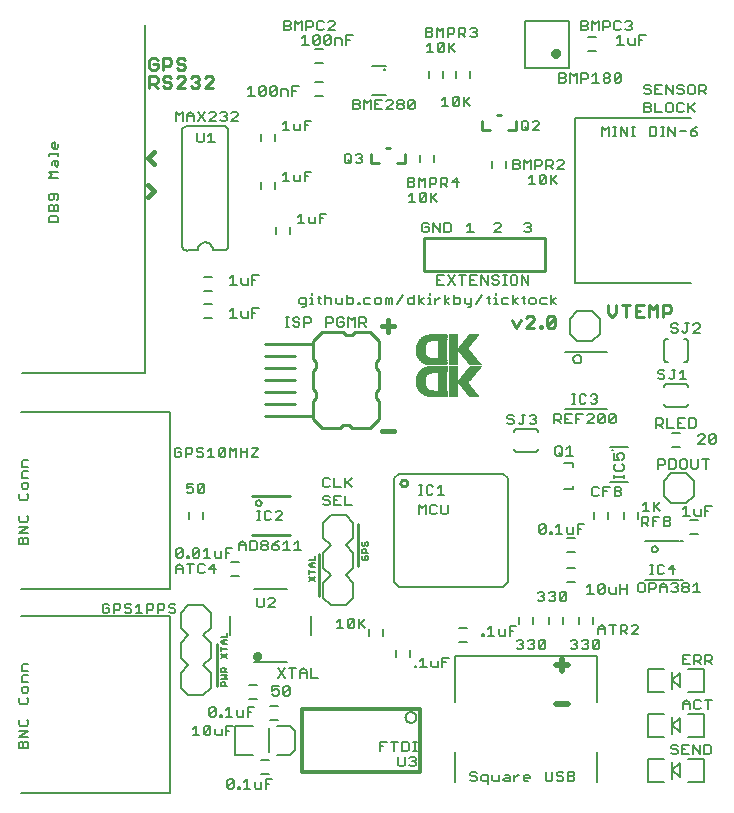
<source format=gto>
G75*
G70*
%OFA0B0*%
%FSLAX24Y24*%
%IPPOS*%
%LPD*%
%AMOC8*
5,1,8,0,0,1.08239X$1,22.5*
%
%ADD10C,0.0160*%
%ADD11C,0.0100*%
%ADD12C,0.0080*%
%ADD13C,0.0200*%
%ADD14C,0.0050*%
%ADD15R,0.0480X0.0005*%
%ADD16R,0.0300X0.0005*%
%ADD17R,0.0330X0.0005*%
%ADD18R,0.0550X0.0005*%
%ADD19R,0.0325X0.0005*%
%ADD20R,0.0590X0.0005*%
%ADD21R,0.0620X0.0005*%
%ADD22R,0.0640X0.0005*%
%ADD23R,0.0665X0.0005*%
%ADD24R,0.0680X0.0005*%
%ADD25R,0.0695X0.0005*%
%ADD26R,0.0710X0.0005*%
%ADD27R,0.0725X0.0005*%
%ADD28R,0.0740X0.0005*%
%ADD29R,0.0750X0.0005*%
%ADD30R,0.0760X0.0005*%
%ADD31R,0.0770X0.0005*%
%ADD32R,0.0780X0.0005*%
%ADD33R,0.0790X0.0005*%
%ADD34R,0.0800X0.0005*%
%ADD35R,0.0810X0.0005*%
%ADD36R,0.0815X0.0005*%
%ADD37R,0.0825X0.0005*%
%ADD38R,0.0830X0.0005*%
%ADD39R,0.0835X0.0005*%
%ADD40R,0.0845X0.0005*%
%ADD41R,0.0850X0.0005*%
%ADD42R,0.0855X0.0005*%
%ADD43R,0.0865X0.0005*%
%ADD44R,0.0870X0.0005*%
%ADD45R,0.0875X0.0005*%
%ADD46R,0.0880X0.0005*%
%ADD47R,0.0885X0.0005*%
%ADD48R,0.0890X0.0005*%
%ADD49R,0.0895X0.0005*%
%ADD50R,0.0900X0.0005*%
%ADD51R,0.0905X0.0005*%
%ADD52R,0.0910X0.0005*%
%ADD53R,0.0915X0.0005*%
%ADD54R,0.0920X0.0005*%
%ADD55R,0.0925X0.0005*%
%ADD56R,0.0335X0.0005*%
%ADD57R,0.0930X0.0005*%
%ADD58R,0.0500X0.0005*%
%ADD59R,0.0445X0.0005*%
%ADD60R,0.0420X0.0005*%
%ADD61R,0.0400X0.0005*%
%ADD62R,0.0390X0.0005*%
%ADD63R,0.0380X0.0005*%
%ADD64R,0.0370X0.0005*%
%ADD65R,0.0365X0.0005*%
%ADD66R,0.0360X0.0005*%
%ADD67R,0.0350X0.0005*%
%ADD68R,0.0345X0.0005*%
%ADD69R,0.0340X0.0005*%
%ADD70R,0.0320X0.0005*%
%ADD71R,0.0315X0.0005*%
%ADD72R,0.0310X0.0005*%
%ADD73R,0.0305X0.0005*%
%ADD74R,0.0635X0.0005*%
%ADD75R,0.0630X0.0005*%
%ADD76R,0.0625X0.0005*%
%ADD77R,0.0645X0.0005*%
%ADD78R,0.0650X0.0005*%
%ADD79R,0.0655X0.0005*%
%ADD80R,0.0660X0.0005*%
%ADD81R,0.0670X0.0005*%
%ADD82R,0.0675X0.0005*%
%ADD83R,0.0375X0.0005*%
%ADD84R,0.0385X0.0005*%
%ADD85R,0.0415X0.0005*%
%ADD86R,0.0425X0.0005*%
%ADD87R,0.0470X0.0005*%
%ADD88R,0.0960X0.0005*%
%ADD89R,0.0955X0.0005*%
%ADD90R,0.0950X0.0005*%
%ADD91R,0.0945X0.0005*%
%ADD92R,0.0940X0.0005*%
%ADD93R,0.0935X0.0005*%
%ADD94R,0.0860X0.0005*%
%ADD95R,0.0820X0.0005*%
%ADD96R,0.0805X0.0005*%
%ADD97R,0.0795X0.0005*%
%ADD98R,0.0785X0.0005*%
%ADD99R,0.0775X0.0005*%
%ADD100R,0.0735X0.0005*%
%ADD101R,0.0715X0.0005*%
%ADD102C,0.0060*%
%ADD103C,0.0120*%
%ADD104C,0.0240*%
D10*
X021655Y013861D02*
X022055Y013861D01*
X021855Y017161D02*
X021855Y017561D01*
X021655Y017361D02*
X022055Y017361D01*
X014055Y021861D02*
X013855Y021661D01*
X014055Y021861D02*
X013855Y022061D01*
X014055Y022761D02*
X013855Y022961D01*
X014055Y023161D01*
D11*
X014172Y025311D02*
X014038Y025445D01*
X014105Y025445D02*
X013905Y025445D01*
X013905Y025311D02*
X013905Y025712D01*
X014105Y025712D01*
X014172Y025645D01*
X014172Y025511D01*
X014105Y025445D01*
X014365Y025378D02*
X014432Y025311D01*
X014566Y025311D01*
X014632Y025378D01*
X014632Y025445D01*
X014566Y025511D01*
X014432Y025511D01*
X014365Y025578D01*
X014365Y025645D01*
X014432Y025712D01*
X014566Y025712D01*
X014632Y025645D01*
X014826Y025645D02*
X014893Y025712D01*
X015026Y025712D01*
X015093Y025645D01*
X015093Y025578D01*
X014826Y025311D01*
X015093Y025311D01*
X015286Y025378D02*
X015353Y025311D01*
X015486Y025311D01*
X015553Y025378D01*
X015553Y025445D01*
X015486Y025511D01*
X015420Y025511D01*
X015486Y025511D02*
X015553Y025578D01*
X015553Y025645D01*
X015486Y025712D01*
X015353Y025712D01*
X015286Y025645D01*
X015026Y025911D02*
X014893Y025911D01*
X014826Y025978D01*
X014893Y026111D02*
X015026Y026111D01*
X015093Y026045D01*
X015093Y025978D01*
X015026Y025911D01*
X014893Y026111D02*
X014826Y026178D01*
X014826Y026245D01*
X014893Y026312D01*
X015026Y026312D01*
X015093Y026245D01*
X014632Y026245D02*
X014632Y026111D01*
X014566Y026045D01*
X014365Y026045D01*
X014365Y025911D02*
X014365Y026312D01*
X014566Y026312D01*
X014632Y026245D01*
X014172Y026245D02*
X014105Y026312D01*
X013972Y026312D01*
X013905Y026245D01*
X013905Y025978D01*
X013972Y025911D01*
X014105Y025911D01*
X014172Y025978D01*
X014172Y026111D01*
X014038Y026111D01*
X015747Y025645D02*
X015813Y025712D01*
X015947Y025712D01*
X016013Y025645D01*
X016013Y025578D01*
X015747Y025311D01*
X016013Y025311D01*
X021295Y023111D02*
X021295Y022801D01*
X021555Y022801D01*
X021785Y023321D02*
X021925Y023321D01*
X022415Y023121D02*
X022415Y022801D01*
X022155Y022801D01*
X024995Y023901D02*
X024995Y024211D01*
X024995Y023901D02*
X025255Y023901D01*
X025485Y024421D02*
X025625Y024421D01*
X026115Y024221D02*
X026115Y023901D01*
X025855Y023901D01*
X027075Y020311D02*
X023055Y020311D01*
X023055Y019221D01*
X027075Y019221D01*
X027075Y020311D01*
X029185Y018072D02*
X029185Y017805D01*
X029318Y017671D01*
X029452Y017805D01*
X029452Y018072D01*
X029645Y018072D02*
X029912Y018072D01*
X029779Y018072D02*
X029779Y017671D01*
X030106Y017671D02*
X030373Y017671D01*
X030566Y017671D02*
X030566Y018072D01*
X030700Y017938D01*
X030833Y018072D01*
X030833Y017671D01*
X031027Y017671D02*
X031027Y018072D01*
X031227Y018072D01*
X031293Y018005D01*
X031293Y017871D01*
X031227Y017805D01*
X031027Y017805D01*
X030373Y018072D02*
X030106Y018072D01*
X030106Y017671D01*
X030106Y017871D02*
X030239Y017871D01*
X027423Y017645D02*
X027156Y017378D01*
X027223Y017311D01*
X027356Y017311D01*
X027423Y017378D01*
X027423Y017645D01*
X027356Y017712D01*
X027223Y017712D01*
X027156Y017645D01*
X027156Y017378D01*
X026993Y017378D02*
X026993Y017311D01*
X026926Y017311D01*
X026926Y017378D01*
X026993Y017378D01*
X026732Y017311D02*
X026465Y017311D01*
X026732Y017578D01*
X026732Y017645D01*
X026666Y017712D01*
X026532Y017712D01*
X026465Y017645D01*
X026272Y017578D02*
X026138Y017311D01*
X026005Y017578D01*
X021555Y016861D02*
X021555Y016261D01*
X021455Y016161D01*
X021455Y015961D01*
X021555Y015861D01*
X021555Y015261D01*
X021455Y015161D01*
X021455Y014961D01*
X021555Y014861D01*
X021555Y014261D01*
X021255Y013961D01*
X020655Y013961D01*
X020555Y014061D01*
X020355Y014061D01*
X020255Y013961D01*
X019655Y013961D01*
X019355Y014261D01*
X019355Y014361D01*
X017755Y014361D01*
X017755Y014761D02*
X018755Y014761D01*
X018755Y015161D02*
X017755Y015161D01*
X017755Y015561D02*
X018755Y015561D01*
X018755Y015961D02*
X017755Y015961D01*
X017755Y016361D02*
X018755Y016361D01*
X019355Y016261D02*
X019355Y016761D01*
X017755Y016761D01*
X019355Y016761D02*
X019355Y016861D01*
X019655Y017161D01*
X020355Y017161D01*
X020455Y017061D01*
X020655Y017061D01*
X020755Y017161D01*
X021255Y017161D01*
X021555Y016861D01*
X019455Y016161D02*
X019455Y015961D01*
X019355Y015861D01*
X019355Y015261D01*
X019455Y015161D01*
X019455Y014961D01*
X019355Y014861D01*
X019355Y014361D01*
X019455Y016161D02*
X019355Y016261D01*
X022269Y012136D02*
X022271Y012156D01*
X022276Y012176D01*
X022286Y012194D01*
X022298Y012211D01*
X022313Y012225D01*
X022331Y012235D01*
X022350Y012243D01*
X022370Y012247D01*
X022390Y012247D01*
X022410Y012243D01*
X022429Y012235D01*
X022447Y012225D01*
X022462Y012211D01*
X022474Y012194D01*
X022484Y012176D01*
X022489Y012156D01*
X022491Y012136D01*
X022489Y012116D01*
X022484Y012096D01*
X022474Y012078D01*
X022462Y012061D01*
X022447Y012047D01*
X022429Y012037D01*
X022410Y012029D01*
X022390Y012025D01*
X022370Y012025D01*
X022350Y012029D01*
X022331Y012037D01*
X022313Y012047D01*
X022298Y012061D01*
X022286Y012078D01*
X022276Y012096D01*
X022271Y012116D01*
X022269Y012136D01*
X020855Y010761D02*
X020855Y009361D01*
X019555Y009761D02*
X019555Y008361D01*
X018595Y010421D02*
X017315Y010421D01*
X017315Y011701D02*
X018595Y011701D01*
X016155Y006761D02*
X016155Y005361D01*
D12*
X015955Y005311D02*
X015955Y005811D01*
X015705Y006061D01*
X015955Y006311D01*
X015955Y006811D01*
X015705Y007061D01*
X015955Y007311D01*
X015955Y007811D01*
X015705Y008061D01*
X015205Y008061D01*
X014955Y007811D01*
X014955Y007311D01*
X015205Y007061D01*
X014955Y006811D01*
X014955Y006311D01*
X015205Y006061D01*
X014955Y005811D01*
X014955Y005311D01*
X015205Y005061D01*
X015705Y005061D01*
X015955Y005311D01*
X015948Y004672D02*
X016055Y004672D01*
X016109Y004618D01*
X015895Y004405D01*
X015948Y004351D01*
X016055Y004351D01*
X016109Y004405D01*
X016109Y004618D01*
X015948Y004672D02*
X015895Y004618D01*
X015895Y004405D01*
X015884Y004046D02*
X015937Y003993D01*
X015724Y003779D01*
X015777Y003726D01*
X015884Y003726D01*
X015937Y003779D01*
X015937Y003993D01*
X015884Y004046D02*
X015777Y004046D01*
X015724Y003993D01*
X015724Y003779D01*
X015569Y003726D02*
X015356Y003726D01*
X015462Y003726D02*
X015462Y004046D01*
X015356Y003939D01*
X016092Y003939D02*
X016092Y003779D01*
X016146Y003726D01*
X016306Y003726D01*
X016306Y003939D01*
X016461Y003886D02*
X016567Y003886D01*
X016461Y003726D02*
X016461Y004046D01*
X016674Y004046D01*
X016771Y004034D02*
X017361Y004034D01*
X017184Y004351D02*
X017184Y004672D01*
X017398Y004672D01*
X017291Y004511D02*
X017184Y004511D01*
X017029Y004565D02*
X017029Y004351D01*
X016869Y004351D01*
X016816Y004405D01*
X016816Y004565D01*
X016661Y004351D02*
X016447Y004351D01*
X016554Y004351D02*
X016554Y004672D01*
X016447Y004565D01*
X016317Y004405D02*
X016317Y004351D01*
X016263Y004351D01*
X016263Y004405D01*
X016317Y004405D01*
X016771Y004034D02*
X016771Y003089D01*
X017361Y003089D01*
X017154Y002272D02*
X017154Y001951D01*
X017047Y001951D02*
X017261Y001951D01*
X017416Y002005D02*
X017469Y001951D01*
X017629Y001951D01*
X017629Y002165D01*
X017784Y002111D02*
X017891Y002111D01*
X017784Y001951D02*
X017784Y002272D01*
X017998Y002272D01*
X017416Y002165D02*
X017416Y002005D01*
X017154Y002272D02*
X017047Y002165D01*
X016917Y002005D02*
X016917Y001951D01*
X016863Y001951D01*
X016863Y002005D01*
X016917Y002005D01*
X016709Y002005D02*
X016655Y001951D01*
X016548Y001951D01*
X016495Y002005D01*
X016709Y002218D01*
X016709Y002005D01*
X016709Y002218D02*
X016655Y002272D01*
X016548Y002272D01*
X016495Y002218D01*
X016495Y002005D01*
X018149Y003089D02*
X018582Y003089D01*
X018739Y003246D01*
X018739Y003876D01*
X018582Y004034D01*
X018149Y004034D01*
X018155Y005051D02*
X018048Y005051D01*
X017995Y005105D01*
X017995Y005211D02*
X018102Y005265D01*
X018155Y005265D01*
X018209Y005211D01*
X018209Y005105D01*
X018155Y005051D01*
X018363Y005105D02*
X018577Y005318D01*
X018577Y005105D01*
X018523Y005051D01*
X018417Y005051D01*
X018363Y005105D01*
X018363Y005318D01*
X018417Y005372D01*
X018523Y005372D01*
X018577Y005318D01*
X018209Y005372D02*
X017995Y005372D01*
X017995Y005211D01*
X018195Y005651D02*
X018409Y005972D01*
X018563Y005972D02*
X018777Y005972D01*
X018670Y005972D02*
X018670Y005651D01*
X018409Y005651D02*
X018195Y005972D01*
X018505Y006161D02*
X017405Y006161D01*
X016605Y007061D02*
X016605Y007711D01*
X017495Y008055D02*
X017548Y008001D01*
X017655Y008001D01*
X017709Y008055D01*
X017709Y008322D01*
X017863Y008268D02*
X017917Y008322D01*
X018023Y008322D01*
X018077Y008268D01*
X018077Y008215D01*
X017863Y008001D01*
X018077Y008001D01*
X017495Y008055D02*
X017495Y008322D01*
X017405Y008611D02*
X018505Y008611D01*
X019305Y007711D02*
X019305Y007061D01*
X020145Y007301D02*
X020359Y007301D01*
X020252Y007301D02*
X020252Y007622D01*
X020145Y007515D01*
X020513Y007568D02*
X020567Y007622D01*
X020673Y007622D01*
X020727Y007568D01*
X020513Y007355D01*
X020567Y007301D01*
X020673Y007301D01*
X020727Y007355D01*
X020727Y007568D01*
X020882Y007622D02*
X020882Y007301D01*
X020882Y007408D02*
X021095Y007622D01*
X020935Y007461D02*
X021095Y007301D01*
X020513Y007355D02*
X020513Y007568D01*
X020455Y008061D02*
X019955Y008061D01*
X019705Y008311D01*
X019705Y008811D01*
X019955Y009061D01*
X019705Y009311D01*
X019705Y009811D01*
X019955Y010061D01*
X019705Y010311D01*
X019705Y010811D01*
X019955Y011061D01*
X020455Y011061D01*
X020705Y010811D01*
X020705Y010311D01*
X020455Y010061D01*
X020705Y009811D01*
X020705Y009311D01*
X020455Y009061D01*
X020705Y008811D01*
X020705Y008311D01*
X020455Y008061D01*
X022065Y008829D02*
X022065Y012294D01*
X022223Y012451D01*
X025687Y012451D01*
X025845Y012294D01*
X025845Y008829D01*
X025687Y008671D01*
X022223Y008671D01*
X022065Y008829D01*
X022895Y011101D02*
X022895Y011422D01*
X023002Y011315D01*
X023109Y011422D01*
X023109Y011101D01*
X023263Y011155D02*
X023317Y011101D01*
X023423Y011101D01*
X023477Y011155D01*
X023632Y011155D02*
X023685Y011101D01*
X023792Y011101D01*
X023845Y011155D01*
X023845Y011422D01*
X023632Y011422D02*
X023632Y011155D01*
X023477Y011368D02*
X023423Y011422D01*
X023317Y011422D01*
X023263Y011368D01*
X023263Y011155D01*
X023301Y011751D02*
X023354Y011805D01*
X023301Y011751D02*
X023194Y011751D01*
X023141Y011805D01*
X023141Y012018D01*
X023194Y012072D01*
X023301Y012072D01*
X023354Y012018D01*
X023509Y011965D02*
X023616Y012072D01*
X023616Y011751D01*
X023722Y011751D02*
X023509Y011751D01*
X023002Y011751D02*
X022895Y011751D01*
X022948Y011751D02*
X022948Y012072D01*
X022895Y012072D02*
X023002Y012072D01*
X020645Y012001D02*
X020485Y012161D01*
X020432Y012108D02*
X020645Y012322D01*
X020432Y012322D02*
X020432Y012001D01*
X020277Y012001D02*
X020063Y012001D01*
X020063Y012322D01*
X019909Y012268D02*
X019855Y012322D01*
X019748Y012322D01*
X019695Y012268D01*
X019695Y012055D01*
X019748Y012001D01*
X019855Y012001D01*
X019909Y012055D01*
X019855Y011722D02*
X019748Y011722D01*
X019695Y011668D01*
X019695Y011615D01*
X019748Y011561D01*
X019855Y011561D01*
X019909Y011508D01*
X019909Y011455D01*
X019855Y011401D01*
X019748Y011401D01*
X019695Y011455D01*
X019909Y011668D02*
X019855Y011722D01*
X020063Y011722D02*
X020063Y011401D01*
X020277Y011401D01*
X020432Y011401D02*
X020432Y011722D01*
X020277Y011722D02*
X020063Y011722D01*
X020063Y011561D02*
X020170Y011561D01*
X020432Y011401D02*
X020645Y011401D01*
X018843Y010222D02*
X018843Y009901D01*
X018737Y009901D02*
X018950Y009901D01*
X018737Y010115D02*
X018843Y010222D01*
X018475Y010222D02*
X018475Y009901D01*
X018368Y009901D02*
X018582Y009901D01*
X018368Y010115D02*
X018475Y010222D01*
X018213Y010222D02*
X018107Y010168D01*
X018000Y010061D01*
X018160Y010061D01*
X018213Y010008D01*
X018213Y009955D01*
X018160Y009901D01*
X018053Y009901D01*
X018000Y009955D01*
X018000Y010061D01*
X017845Y010008D02*
X017845Y009955D01*
X017792Y009901D01*
X017685Y009901D01*
X017632Y009955D01*
X017632Y010008D01*
X017685Y010061D01*
X017792Y010061D01*
X017845Y010008D01*
X017792Y010061D02*
X017845Y010115D01*
X017845Y010168D01*
X017792Y010222D01*
X017685Y010222D01*
X017632Y010168D01*
X017632Y010115D01*
X017685Y010061D01*
X017477Y009955D02*
X017477Y010168D01*
X017423Y010222D01*
X017263Y010222D01*
X017263Y009901D01*
X017423Y009901D01*
X017477Y009955D01*
X017109Y009901D02*
X017109Y010115D01*
X017002Y010222D01*
X016895Y010115D01*
X016895Y009901D01*
X016895Y010061D02*
X017109Y010061D01*
X016666Y009972D02*
X016452Y009972D01*
X016452Y009651D01*
X016298Y009651D02*
X016298Y009865D01*
X016452Y009811D02*
X016559Y009811D01*
X016298Y009651D02*
X016137Y009651D01*
X016084Y009705D01*
X016084Y009865D01*
X015929Y009651D02*
X015716Y009651D01*
X015823Y009651D02*
X015823Y009972D01*
X015716Y009865D01*
X015561Y009918D02*
X015561Y009705D01*
X015508Y009651D01*
X015401Y009651D01*
X015347Y009705D01*
X015561Y009918D01*
X015508Y009972D01*
X015401Y009972D01*
X015347Y009918D01*
X015347Y009705D01*
X015217Y009705D02*
X015217Y009651D01*
X015163Y009651D01*
X015163Y009705D01*
X015217Y009705D01*
X015009Y009705D02*
X015009Y009918D01*
X014795Y009705D01*
X014848Y009651D01*
X014955Y009651D01*
X015009Y009705D01*
X015009Y009918D02*
X014955Y009972D01*
X014848Y009972D01*
X014795Y009918D01*
X014795Y009705D01*
X014902Y009447D02*
X015009Y009340D01*
X015009Y009126D01*
X015009Y009286D02*
X014795Y009286D01*
X014795Y009340D02*
X014795Y009126D01*
X014795Y009340D02*
X014902Y009447D01*
X015163Y009447D02*
X015377Y009447D01*
X015270Y009447D02*
X015270Y009126D01*
X015532Y009180D02*
X015532Y009393D01*
X015585Y009447D01*
X015692Y009447D01*
X015745Y009393D01*
X015900Y009286D02*
X016113Y009286D01*
X016060Y009126D02*
X016060Y009447D01*
X015900Y009286D01*
X015745Y009180D02*
X015692Y009126D01*
X015585Y009126D01*
X015532Y009180D01*
X014715Y008122D02*
X014608Y008122D01*
X014555Y008068D01*
X014555Y008015D01*
X014608Y007961D01*
X014715Y007961D01*
X014768Y007908D01*
X014768Y007855D01*
X014715Y007801D01*
X014608Y007801D01*
X014555Y007855D01*
X014400Y007961D02*
X014347Y007908D01*
X014187Y007908D01*
X014187Y007801D02*
X014187Y008122D01*
X014347Y008122D01*
X014400Y008068D01*
X014400Y007961D01*
X014715Y008122D02*
X014768Y008068D01*
X014032Y008068D02*
X014032Y007961D01*
X013978Y007908D01*
X013818Y007908D01*
X013818Y007801D02*
X013818Y008122D01*
X013978Y008122D01*
X014032Y008068D01*
X013663Y007801D02*
X013450Y007801D01*
X013557Y007801D02*
X013557Y008122D01*
X013450Y008015D01*
X013295Y008068D02*
X013242Y008122D01*
X013135Y008122D01*
X013082Y008068D01*
X013082Y008015D01*
X013135Y007961D01*
X013242Y007961D01*
X013295Y007908D01*
X013295Y007855D01*
X013242Y007801D01*
X013135Y007801D01*
X013082Y007855D01*
X012927Y007961D02*
X012873Y007908D01*
X012713Y007908D01*
X012713Y007801D02*
X012713Y008122D01*
X012873Y008122D01*
X012927Y008068D01*
X012927Y007961D01*
X012559Y007961D02*
X012559Y007855D01*
X012505Y007801D01*
X012398Y007801D01*
X012345Y007855D01*
X012345Y008068D01*
X012398Y008122D01*
X012505Y008122D01*
X012559Y008068D01*
X012559Y007961D02*
X012452Y007961D01*
X009865Y006093D02*
X009705Y006093D01*
X009651Y006040D01*
X009651Y005879D01*
X009865Y005879D01*
X009865Y005725D02*
X009705Y005725D01*
X009651Y005671D01*
X009651Y005511D01*
X009865Y005511D01*
X009812Y005356D02*
X009705Y005356D01*
X009651Y005303D01*
X009651Y005196D01*
X009705Y005143D01*
X009812Y005143D01*
X009865Y005196D01*
X009865Y005303D01*
X009812Y005356D01*
X009812Y004988D02*
X009865Y004935D01*
X009865Y004828D01*
X009812Y004775D01*
X009598Y004775D01*
X009545Y004828D01*
X009545Y004935D01*
X009598Y004988D01*
X009598Y004251D02*
X009545Y004198D01*
X009545Y004091D01*
X009598Y004038D01*
X009812Y004038D01*
X009865Y004091D01*
X009865Y004198D01*
X009812Y004251D01*
X009865Y003883D02*
X009545Y003883D01*
X009545Y003670D02*
X009865Y003883D01*
X009865Y003670D02*
X009545Y003670D01*
X009598Y003515D02*
X009651Y003515D01*
X009705Y003461D01*
X009705Y003301D01*
X009865Y003301D02*
X009865Y003461D01*
X009812Y003515D01*
X009758Y003515D01*
X009705Y003461D01*
X009598Y003515D02*
X009545Y003461D01*
X009545Y003301D01*
X009865Y003301D01*
X009865Y010101D02*
X009545Y010101D01*
X009545Y010261D01*
X009598Y010315D01*
X009651Y010315D01*
X009705Y010261D01*
X009705Y010101D01*
X009865Y010101D02*
X009865Y010261D01*
X009812Y010315D01*
X009758Y010315D01*
X009705Y010261D01*
X009865Y010470D02*
X009545Y010470D01*
X009865Y010683D01*
X009545Y010683D01*
X009598Y010838D02*
X009812Y010838D01*
X009865Y010891D01*
X009865Y010998D01*
X009812Y011051D01*
X009598Y011051D02*
X009545Y010998D01*
X009545Y010891D01*
X009598Y010838D01*
X009598Y011575D02*
X009812Y011575D01*
X009865Y011628D01*
X009865Y011735D01*
X009812Y011788D01*
X009812Y011943D02*
X009865Y011996D01*
X009865Y012103D01*
X009812Y012156D01*
X009705Y012156D01*
X009651Y012103D01*
X009651Y011996D01*
X009705Y011943D01*
X009812Y011943D01*
X009598Y011788D02*
X009545Y011735D01*
X009545Y011628D01*
X009598Y011575D01*
X009651Y012311D02*
X009651Y012471D01*
X009705Y012525D01*
X009865Y012525D01*
X009865Y012679D02*
X009651Y012679D01*
X009651Y012840D01*
X009705Y012893D01*
X009865Y012893D01*
X009865Y012311D02*
X009651Y012311D01*
X009655Y015798D02*
X013757Y015798D01*
X013757Y027424D01*
X017195Y025265D02*
X017302Y025372D01*
X017302Y025051D01*
X017195Y025051D02*
X017409Y025051D01*
X017563Y025105D02*
X017777Y025318D01*
X017777Y025105D01*
X017723Y025051D01*
X017617Y025051D01*
X017563Y025105D01*
X017563Y025318D01*
X017617Y025372D01*
X017723Y025372D01*
X017777Y025318D01*
X017932Y025318D02*
X017985Y025372D01*
X018092Y025372D01*
X018145Y025318D01*
X017932Y025105D01*
X017985Y025051D01*
X018092Y025051D01*
X018145Y025105D01*
X018145Y025318D01*
X018300Y025265D02*
X018460Y025265D01*
X018513Y025211D01*
X018513Y025051D01*
X018668Y025051D02*
X018668Y025372D01*
X018882Y025372D01*
X018775Y025211D02*
X018668Y025211D01*
X018300Y025265D02*
X018300Y025051D01*
X017932Y025105D02*
X017932Y025318D01*
X016850Y024468D02*
X016797Y024522D01*
X016690Y024522D01*
X016637Y024468D01*
X016482Y024468D02*
X016482Y024415D01*
X016428Y024361D01*
X016482Y024308D01*
X016482Y024255D01*
X016428Y024201D01*
X016322Y024201D01*
X016268Y024255D01*
X016375Y024361D02*
X016428Y024361D01*
X016482Y024468D02*
X016428Y024522D01*
X016322Y024522D01*
X016268Y024468D01*
X016113Y024468D02*
X016060Y024522D01*
X015953Y024522D01*
X015900Y024468D01*
X015745Y024522D02*
X015532Y024201D01*
X015377Y024201D02*
X015377Y024415D01*
X015270Y024522D01*
X015163Y024415D01*
X015163Y024201D01*
X015009Y024201D02*
X015009Y024522D01*
X014902Y024415D01*
X014795Y024522D01*
X014795Y024201D01*
X014989Y023881D02*
X014989Y020041D01*
X014988Y020041D02*
X014993Y020017D01*
X015001Y019994D01*
X015012Y019973D01*
X015026Y019953D01*
X015043Y019935D01*
X015062Y019920D01*
X015083Y019907D01*
X015105Y019898D01*
X015129Y019892D01*
X015153Y019890D01*
X015178Y019891D01*
X015183Y019891D02*
X015515Y019891D01*
X015515Y019911D02*
X015517Y019941D01*
X015522Y019971D01*
X015531Y020000D01*
X015544Y020027D01*
X015559Y020053D01*
X015578Y020077D01*
X015599Y020098D01*
X015623Y020117D01*
X015649Y020132D01*
X015676Y020145D01*
X015705Y020154D01*
X015735Y020159D01*
X015765Y020161D01*
X015795Y020159D01*
X015825Y020154D01*
X015854Y020145D01*
X015881Y020132D01*
X015907Y020117D01*
X015931Y020098D01*
X015952Y020077D01*
X015971Y020053D01*
X015986Y020027D01*
X015999Y020000D01*
X016008Y019971D01*
X016013Y019941D01*
X016015Y019911D01*
X016015Y019891D02*
X016411Y019891D01*
X016431Y019896D01*
X016450Y019904D01*
X016468Y019915D01*
X016484Y019928D01*
X016497Y019944D01*
X016508Y019961D01*
X016516Y019980D01*
X016521Y020000D01*
X016523Y020021D01*
X016522Y020042D01*
X016521Y020041D02*
X016521Y023921D01*
X016522Y023921D02*
X016517Y023941D01*
X016509Y023960D01*
X016498Y023978D01*
X016485Y023994D01*
X016469Y024007D01*
X016452Y024018D01*
X016433Y024026D01*
X016413Y024031D01*
X016392Y024033D01*
X016371Y024032D01*
X016371Y024031D02*
X015139Y024031D01*
X015116Y024029D01*
X015093Y024024D01*
X015071Y024015D01*
X015051Y024002D01*
X015033Y023987D01*
X015018Y023969D01*
X015005Y023949D01*
X014996Y023927D01*
X014991Y023904D01*
X014989Y023881D01*
X015495Y023822D02*
X015495Y023555D01*
X015548Y023501D01*
X015655Y023501D01*
X015709Y023555D01*
X015709Y023822D01*
X015863Y023715D02*
X015970Y023822D01*
X015970Y023501D01*
X015863Y023501D02*
X016077Y023501D01*
X016113Y024201D02*
X015900Y024201D01*
X016113Y024415D01*
X016113Y024468D01*
X015745Y024201D02*
X015532Y024522D01*
X015377Y024361D02*
X015163Y024361D01*
X016637Y024201D02*
X016850Y024415D01*
X016850Y024468D01*
X016850Y024201D02*
X016637Y024201D01*
X018345Y024115D02*
X018452Y024222D01*
X018452Y023901D01*
X018345Y023901D02*
X018559Y023901D01*
X018713Y023955D02*
X018767Y023901D01*
X018927Y023901D01*
X018927Y024115D01*
X019082Y024061D02*
X019188Y024061D01*
X019082Y023901D02*
X019082Y024222D01*
X019295Y024222D01*
X018713Y024115D02*
X018713Y023955D01*
X018452Y022522D02*
X018345Y022415D01*
X018452Y022522D02*
X018452Y022201D01*
X018345Y022201D02*
X018559Y022201D01*
X018713Y022255D02*
X018767Y022201D01*
X018927Y022201D01*
X018927Y022415D01*
X019082Y022361D02*
X019188Y022361D01*
X019082Y022201D02*
X019082Y022522D01*
X019295Y022522D01*
X018713Y022415D02*
X018713Y022255D01*
X018952Y021122D02*
X018952Y020801D01*
X018845Y020801D02*
X019059Y020801D01*
X019213Y020855D02*
X019213Y021015D01*
X019213Y020855D02*
X019267Y020801D01*
X019427Y020801D01*
X019427Y021015D01*
X019582Y020961D02*
X019688Y020961D01*
X019582Y020801D02*
X019582Y021122D01*
X019795Y021122D01*
X018952Y021122D02*
X018845Y021015D01*
X020462Y022801D02*
X020408Y022855D01*
X020408Y023068D01*
X020462Y023122D01*
X020569Y023122D01*
X020622Y023068D01*
X020622Y022855D01*
X020569Y022801D01*
X020462Y022801D01*
X020515Y022908D02*
X020622Y022801D01*
X020777Y022855D02*
X020830Y022801D01*
X020937Y022801D01*
X020990Y022855D01*
X020990Y022908D01*
X020937Y022961D01*
X020883Y022961D01*
X020937Y022961D02*
X020990Y023015D01*
X020990Y023068D01*
X020937Y023122D01*
X020830Y023122D01*
X020777Y023068D01*
X022520Y022322D02*
X022520Y022001D01*
X022680Y022001D01*
X022734Y022055D01*
X022734Y022108D01*
X022680Y022161D01*
X022520Y022161D01*
X022680Y022161D02*
X022734Y022215D01*
X022734Y022268D01*
X022680Y022322D01*
X022520Y022322D01*
X022888Y022322D02*
X022995Y022215D01*
X023102Y022322D01*
X023102Y022001D01*
X023257Y022001D02*
X023257Y022322D01*
X023417Y022322D01*
X023470Y022268D01*
X023470Y022161D01*
X023417Y022108D01*
X023257Y022108D01*
X023282Y021822D02*
X023282Y021501D01*
X023282Y021608D02*
X023495Y021822D01*
X023625Y022001D02*
X023625Y022322D01*
X023785Y022322D01*
X023838Y022268D01*
X023838Y022161D01*
X023785Y022108D01*
X023625Y022108D01*
X023732Y022108D02*
X023838Y022001D01*
X023993Y022161D02*
X024207Y022161D01*
X024153Y022001D02*
X024153Y022322D01*
X023993Y022161D01*
X023335Y021661D02*
X023495Y021501D01*
X023127Y021555D02*
X023127Y021768D01*
X022913Y021555D01*
X022967Y021501D01*
X023073Y021501D01*
X023127Y021555D01*
X023127Y021768D02*
X023073Y021822D01*
X022967Y021822D01*
X022913Y021768D01*
X022913Y021555D01*
X022759Y021501D02*
X022545Y021501D01*
X022652Y021501D02*
X022652Y021822D01*
X022545Y021715D01*
X022888Y022001D02*
X022888Y022322D01*
X023048Y020822D02*
X022995Y020768D01*
X022995Y020555D01*
X023048Y020501D01*
X023155Y020501D01*
X023209Y020555D01*
X023209Y020661D01*
X023102Y020661D01*
X023209Y020768D02*
X023155Y020822D01*
X023048Y020822D01*
X023363Y020822D02*
X023363Y020501D01*
X023577Y020501D02*
X023363Y020822D01*
X023577Y020822D02*
X023577Y020501D01*
X023732Y020501D02*
X023892Y020501D01*
X023945Y020555D01*
X023945Y020768D01*
X023892Y020822D01*
X023732Y020822D01*
X023732Y020501D01*
X024495Y020501D02*
X024709Y020501D01*
X024602Y020501D02*
X024602Y020822D01*
X024495Y020715D01*
X025395Y020768D02*
X025448Y020822D01*
X025555Y020822D01*
X025609Y020768D01*
X025609Y020715D01*
X025395Y020501D01*
X025609Y020501D01*
X026395Y020555D02*
X026448Y020501D01*
X026555Y020501D01*
X026609Y020555D01*
X026609Y020608D01*
X026555Y020661D01*
X026502Y020661D01*
X026555Y020661D02*
X026609Y020715D01*
X026609Y020768D01*
X026555Y020822D01*
X026448Y020822D01*
X026395Y020768D01*
X026540Y022101D02*
X026754Y022101D01*
X026647Y022101D02*
X026647Y022422D01*
X026540Y022315D01*
X026610Y022601D02*
X026610Y022922D01*
X026503Y022815D01*
X026397Y022922D01*
X026397Y022601D01*
X026242Y022655D02*
X026189Y022601D01*
X026028Y022601D01*
X026028Y022922D01*
X026189Y022922D01*
X026242Y022868D01*
X026242Y022815D01*
X026189Y022761D01*
X026028Y022761D01*
X026189Y022761D02*
X026242Y022708D01*
X026242Y022655D01*
X026765Y022708D02*
X026925Y022708D01*
X026979Y022761D01*
X026979Y022868D01*
X026925Y022922D01*
X026765Y022922D01*
X026765Y022601D01*
X026962Y022422D02*
X027069Y022422D01*
X027122Y022368D01*
X026908Y022155D01*
X026962Y022101D01*
X027069Y022101D01*
X027122Y022155D01*
X027122Y022368D01*
X027277Y022422D02*
X027277Y022101D01*
X027277Y022208D02*
X027490Y022422D01*
X027502Y022601D02*
X027715Y022815D01*
X027715Y022868D01*
X027662Y022922D01*
X027555Y022922D01*
X027502Y022868D01*
X027347Y022868D02*
X027347Y022761D01*
X027294Y022708D01*
X027133Y022708D01*
X027133Y022601D02*
X027133Y022922D01*
X027294Y022922D01*
X027347Y022868D01*
X027240Y022708D02*
X027347Y022601D01*
X027502Y022601D02*
X027715Y022601D01*
X027330Y022261D02*
X027490Y022101D01*
X026908Y022155D02*
X026908Y022368D01*
X026962Y022422D01*
X026890Y023901D02*
X026677Y023901D01*
X026890Y024115D01*
X026890Y024168D01*
X026837Y024222D01*
X026730Y024222D01*
X026677Y024168D01*
X026522Y024168D02*
X026522Y023955D01*
X026469Y023901D01*
X026362Y023901D01*
X026308Y023955D01*
X026308Y024168D01*
X026362Y024222D01*
X026469Y024222D01*
X026522Y024168D01*
X026415Y024008D02*
X026522Y023901D01*
X028073Y024317D02*
X028073Y018805D01*
X031955Y018805D01*
X031877Y017464D02*
X031770Y017464D01*
X031823Y017464D02*
X031823Y017197D01*
X031770Y017144D01*
X031717Y017144D01*
X031663Y017197D01*
X031509Y017197D02*
X031455Y017144D01*
X031348Y017144D01*
X031295Y017197D01*
X031348Y017304D02*
X031455Y017304D01*
X031509Y017251D01*
X031509Y017197D01*
X031348Y017304D02*
X031295Y017357D01*
X031295Y017411D01*
X031348Y017464D01*
X031455Y017464D01*
X031509Y017411D01*
X032032Y017411D02*
X032085Y017464D01*
X032192Y017464D01*
X032245Y017411D01*
X032245Y017357D01*
X032032Y017144D01*
X032245Y017144D01*
X031849Y016876D02*
X031849Y016246D01*
X031848Y016246D02*
X031843Y016230D01*
X031835Y016214D01*
X031825Y016200D01*
X031813Y016188D01*
X031798Y016178D01*
X031782Y016171D01*
X031765Y016167D01*
X031748Y016166D01*
X031730Y016168D01*
X031696Y015922D02*
X031696Y015601D01*
X031589Y015601D02*
X031803Y015601D01*
X031770Y015455D02*
X031140Y015455D01*
X031124Y015450D01*
X031108Y015442D01*
X031094Y015432D01*
X031082Y015420D01*
X031072Y015405D01*
X031065Y015389D01*
X031061Y015372D01*
X031060Y015355D01*
X031062Y015337D01*
X031013Y015601D02*
X030906Y015601D01*
X030852Y015655D01*
X030906Y015761D02*
X031013Y015761D01*
X031066Y015708D01*
X031066Y015655D01*
X031013Y015601D01*
X030906Y015761D02*
X030852Y015815D01*
X030852Y015868D01*
X030906Y015922D01*
X031013Y015922D01*
X031066Y015868D01*
X031221Y015655D02*
X031274Y015601D01*
X031328Y015601D01*
X031381Y015655D01*
X031381Y015922D01*
X031328Y015922D02*
X031434Y015922D01*
X031589Y015815D02*
X031696Y015922D01*
X031180Y016168D02*
X031160Y016166D01*
X031141Y016168D01*
X031122Y016174D01*
X031105Y016183D01*
X031089Y016195D01*
X031077Y016210D01*
X031068Y016228D01*
X031062Y016246D01*
X031061Y016246D02*
X031061Y016876D01*
X031062Y016877D02*
X031068Y016895D01*
X031077Y016913D01*
X031089Y016928D01*
X031105Y016940D01*
X031122Y016949D01*
X031141Y016955D01*
X031160Y016957D01*
X031180Y016955D01*
X031730Y016955D02*
X031748Y016957D01*
X031765Y016956D01*
X031782Y016952D01*
X031798Y016945D01*
X031813Y016935D01*
X031825Y016923D01*
X031835Y016909D01*
X031843Y016893D01*
X031848Y016877D01*
X031770Y015455D02*
X031786Y015450D01*
X031802Y015442D01*
X031816Y015432D01*
X031828Y015420D01*
X031838Y015405D01*
X031845Y015389D01*
X031849Y015372D01*
X031850Y015355D01*
X031848Y015337D01*
X031848Y014786D02*
X031850Y014768D01*
X031849Y014751D01*
X031845Y014734D01*
X031838Y014718D01*
X031828Y014703D01*
X031816Y014691D01*
X031802Y014681D01*
X031786Y014673D01*
X031770Y014668D01*
X031140Y014668D01*
X031124Y014673D01*
X031108Y014681D01*
X031094Y014691D01*
X031082Y014703D01*
X031072Y014718D01*
X031065Y014734D01*
X031061Y014751D01*
X031060Y014768D01*
X031062Y014786D01*
X031163Y014297D02*
X031163Y013976D01*
X031377Y013976D01*
X031532Y013976D02*
X031532Y014297D01*
X031745Y014297D01*
X031900Y014297D02*
X031900Y013976D01*
X032060Y013976D01*
X032113Y014030D01*
X032113Y014243D01*
X032060Y014297D01*
X031900Y014297D01*
X031638Y014136D02*
X031532Y014136D01*
X031532Y013976D02*
X031745Y013976D01*
X032195Y013718D02*
X032248Y013772D01*
X032355Y013772D01*
X032409Y013718D01*
X032409Y013665D01*
X032195Y013451D01*
X032409Y013451D01*
X032563Y013505D02*
X032777Y013718D01*
X032777Y013505D01*
X032723Y013451D01*
X032617Y013451D01*
X032563Y013505D01*
X032563Y013718D01*
X032617Y013772D01*
X032723Y013772D01*
X032777Y013718D01*
X032552Y012942D02*
X032338Y012942D01*
X032445Y012942D02*
X032445Y012621D01*
X032183Y012675D02*
X032183Y012942D01*
X031970Y012942D02*
X031970Y012675D01*
X032023Y012621D01*
X032130Y012621D01*
X032183Y012675D01*
X031815Y012675D02*
X031815Y012888D01*
X031762Y012942D01*
X031655Y012942D01*
X031602Y012888D01*
X031602Y012675D01*
X031655Y012621D01*
X031762Y012621D01*
X031815Y012675D01*
X031805Y012461D02*
X031305Y012461D01*
X031055Y012211D01*
X031055Y011711D01*
X031305Y011461D01*
X031805Y011461D01*
X032055Y011711D01*
X032055Y012211D01*
X031805Y012461D01*
X031447Y012675D02*
X031447Y012888D01*
X031393Y012942D01*
X031233Y012942D01*
X031233Y012621D01*
X031393Y012621D01*
X031447Y012675D01*
X031079Y012781D02*
X031025Y012728D01*
X030865Y012728D01*
X030865Y012621D02*
X030865Y012942D01*
X031025Y012942D01*
X031079Y012888D01*
X031079Y012781D01*
X031009Y013976D02*
X030902Y014083D01*
X030955Y014083D02*
X030795Y014083D01*
X030795Y013976D02*
X030795Y014297D01*
X030955Y014297D01*
X031009Y014243D01*
X031009Y014136D01*
X030955Y014083D01*
X029450Y014180D02*
X029397Y014126D01*
X029290Y014126D01*
X029237Y014180D01*
X029450Y014393D01*
X029450Y014180D01*
X029450Y014393D02*
X029397Y014447D01*
X029290Y014447D01*
X029237Y014393D01*
X029237Y014180D01*
X029082Y014180D02*
X029082Y014393D01*
X028868Y014180D01*
X028922Y014126D01*
X029028Y014126D01*
X029082Y014180D01*
X029082Y014393D02*
X029028Y014447D01*
X028922Y014447D01*
X028868Y014393D01*
X028868Y014180D01*
X028713Y014126D02*
X028500Y014126D01*
X028713Y014340D01*
X028713Y014393D01*
X028660Y014447D01*
X028553Y014447D01*
X028500Y014393D01*
X028345Y014447D02*
X028132Y014447D01*
X028132Y014126D01*
X027977Y014126D02*
X027763Y014126D01*
X027763Y014447D01*
X027977Y014447D01*
X027870Y014286D02*
X027763Y014286D01*
X027609Y014286D02*
X027555Y014233D01*
X027395Y014233D01*
X027395Y014126D02*
X027395Y014447D01*
X027555Y014447D01*
X027609Y014393D01*
X027609Y014286D01*
X027502Y014233D02*
X027609Y014126D01*
X028132Y014286D02*
X028238Y014286D01*
X028294Y014776D02*
X028401Y014776D01*
X028454Y014830D01*
X028609Y014830D02*
X028662Y014776D01*
X028769Y014776D01*
X028822Y014830D01*
X028822Y014883D01*
X028769Y014936D01*
X028716Y014936D01*
X028769Y014936D02*
X028822Y014990D01*
X028822Y015043D01*
X028769Y015097D01*
X028662Y015097D01*
X028609Y015043D01*
X028454Y015043D02*
X028401Y015097D01*
X028294Y015097D01*
X028241Y015043D01*
X028241Y014830D01*
X028294Y014776D01*
X028102Y014776D02*
X027995Y014776D01*
X028048Y014776D02*
X028048Y015097D01*
X027995Y015097D02*
X028102Y015097D01*
X026788Y014368D02*
X026788Y014315D01*
X026734Y014261D01*
X026788Y014208D01*
X026788Y014155D01*
X026734Y014101D01*
X026628Y014101D01*
X026574Y014155D01*
X026681Y014261D02*
X026734Y014261D01*
X026788Y014368D02*
X026734Y014422D01*
X026628Y014422D01*
X026574Y014368D01*
X026419Y014422D02*
X026313Y014422D01*
X026366Y014422D02*
X026366Y014155D01*
X026313Y014101D01*
X026259Y014101D01*
X026206Y014155D01*
X026051Y014155D02*
X025998Y014101D01*
X025891Y014101D01*
X025838Y014155D01*
X025891Y014261D02*
X025998Y014261D01*
X026051Y014208D01*
X026051Y014155D01*
X025891Y014261D02*
X025838Y014315D01*
X025838Y014368D01*
X025891Y014422D01*
X025998Y014422D01*
X026051Y014368D01*
X026140Y013955D02*
X026770Y013955D01*
X026786Y013950D01*
X026802Y013942D01*
X026816Y013932D01*
X026828Y013920D01*
X026838Y013905D01*
X026845Y013889D01*
X026849Y013872D01*
X026850Y013855D01*
X026848Y013837D01*
X026848Y013286D02*
X026850Y013268D01*
X026849Y013251D01*
X026845Y013234D01*
X026838Y013218D01*
X026828Y013203D01*
X026816Y013191D01*
X026802Y013181D01*
X026786Y013173D01*
X026770Y013168D01*
X026140Y013168D01*
X026124Y013173D01*
X026108Y013181D01*
X026094Y013191D01*
X026082Y013203D01*
X026072Y013218D01*
X026065Y013234D01*
X026061Y013251D01*
X026060Y013268D01*
X026062Y013286D01*
X026062Y013837D02*
X026060Y013855D01*
X026061Y013872D01*
X026065Y013889D01*
X026072Y013905D01*
X026082Y013920D01*
X026094Y013932D01*
X026108Y013942D01*
X026124Y013950D01*
X026140Y013955D01*
X027434Y013311D02*
X027434Y013098D01*
X027488Y013044D01*
X027595Y013044D01*
X027648Y013098D01*
X027648Y013311D01*
X027595Y013365D01*
X027488Y013365D01*
X027434Y013311D01*
X027541Y013151D02*
X027648Y013044D01*
X027803Y013044D02*
X028016Y013044D01*
X027909Y013044D02*
X027909Y013365D01*
X027803Y013258D01*
X027716Y012794D02*
X028031Y012794D01*
X028031Y012676D01*
X028031Y012046D02*
X028031Y011928D01*
X027716Y011928D01*
X028670Y011968D02*
X028670Y011755D01*
X028723Y011701D01*
X028830Y011701D01*
X028884Y011755D01*
X029038Y011701D02*
X029038Y012022D01*
X029252Y012022D01*
X029407Y012022D02*
X029567Y012022D01*
X029620Y011968D01*
X029620Y011915D01*
X029567Y011861D01*
X029407Y011861D01*
X029407Y011701D02*
X029407Y012022D01*
X029567Y011861D02*
X029620Y011808D01*
X029620Y011755D01*
X029567Y011701D01*
X029407Y011701D01*
X029145Y011861D02*
X029038Y011861D01*
X028884Y011968D02*
X028830Y012022D01*
X028723Y012022D01*
X028670Y011968D01*
X029395Y012301D02*
X029395Y012408D01*
X029395Y012355D02*
X029715Y012355D01*
X029715Y012408D02*
X029715Y012301D01*
X029662Y012547D02*
X029715Y012600D01*
X029715Y012707D01*
X029662Y012760D01*
X029662Y012915D02*
X029715Y012968D01*
X029715Y013075D01*
X029662Y013129D01*
X029555Y013129D01*
X029501Y013075D01*
X029501Y013022D01*
X029555Y012915D01*
X029395Y012915D01*
X029395Y013129D01*
X029448Y012760D02*
X029395Y012707D01*
X029395Y012600D01*
X029448Y012547D01*
X029662Y012547D01*
X030452Y011522D02*
X030345Y011415D01*
X030452Y011522D02*
X030452Y011201D01*
X030345Y011201D02*
X030559Y011201D01*
X030713Y011201D02*
X030713Y011522D01*
X030767Y011361D02*
X030927Y011201D01*
X030902Y011022D02*
X030688Y011022D01*
X030688Y010701D01*
X030534Y010701D02*
X030427Y010808D01*
X030480Y010808D02*
X030320Y010808D01*
X030320Y010701D02*
X030320Y011022D01*
X030480Y011022D01*
X030534Y010968D01*
X030534Y010861D01*
X030480Y010808D01*
X030688Y010861D02*
X030795Y010861D01*
X031057Y010861D02*
X031217Y010861D01*
X031270Y010808D01*
X031270Y010755D01*
X031217Y010701D01*
X031057Y010701D01*
X031057Y011022D01*
X031217Y011022D01*
X031270Y010968D01*
X031270Y010915D01*
X031217Y010861D01*
X031695Y011051D02*
X031909Y011051D01*
X031802Y011051D02*
X031802Y011372D01*
X031695Y011265D01*
X032063Y011265D02*
X032063Y011105D01*
X032117Y011051D01*
X032277Y011051D01*
X032277Y011265D01*
X032432Y011211D02*
X032538Y011211D01*
X032432Y011051D02*
X032432Y011372D01*
X032645Y011372D01*
X031685Y010201D02*
X031575Y010201D01*
X031566Y010201D02*
X030543Y010201D01*
X030655Y010201D02*
X030425Y010201D01*
X030644Y009934D02*
X030646Y009954D01*
X030652Y009972D01*
X030661Y009990D01*
X030673Y010005D01*
X030688Y010017D01*
X030706Y010026D01*
X030724Y010032D01*
X030744Y010034D01*
X030764Y010032D01*
X030782Y010026D01*
X030800Y010017D01*
X030815Y010005D01*
X030827Y009990D01*
X030836Y009972D01*
X030842Y009954D01*
X030844Y009934D01*
X030842Y009914D01*
X030836Y009896D01*
X030827Y009878D01*
X030815Y009863D01*
X030800Y009851D01*
X030782Y009842D01*
X030764Y009836D01*
X030744Y009834D01*
X030724Y009836D01*
X030706Y009842D01*
X030688Y009851D01*
X030673Y009863D01*
X030661Y009878D01*
X030652Y009896D01*
X030646Y009914D01*
X030644Y009934D01*
X030648Y009422D02*
X030648Y009101D01*
X030595Y009101D02*
X030702Y009101D01*
X030841Y009155D02*
X030841Y009368D01*
X030894Y009422D01*
X031001Y009422D01*
X031054Y009368D01*
X031209Y009261D02*
X031422Y009261D01*
X031369Y009101D02*
X031369Y009422D01*
X031209Y009261D01*
X031054Y009155D02*
X031001Y009101D01*
X030894Y009101D01*
X030841Y009155D01*
X030702Y009422D02*
X030595Y009422D01*
X030565Y008921D02*
X030425Y008921D01*
X030543Y008922D02*
X031566Y008922D01*
X031575Y008921D02*
X031685Y008921D01*
X031722Y008822D02*
X031828Y008822D01*
X031882Y008768D01*
X031882Y008715D01*
X031828Y008661D01*
X031722Y008661D01*
X031668Y008715D01*
X031668Y008768D01*
X031722Y008822D01*
X031722Y008661D02*
X031668Y008608D01*
X031668Y008555D01*
X031722Y008501D01*
X031828Y008501D01*
X031882Y008555D01*
X031882Y008608D01*
X031828Y008661D01*
X032037Y008715D02*
X032143Y008822D01*
X032143Y008501D01*
X032037Y008501D02*
X032250Y008501D01*
X031513Y008555D02*
X031460Y008501D01*
X031353Y008501D01*
X031300Y008555D01*
X031407Y008661D02*
X031460Y008661D01*
X031513Y008608D01*
X031513Y008555D01*
X031460Y008661D02*
X031513Y008715D01*
X031513Y008768D01*
X031460Y008822D01*
X031353Y008822D01*
X031300Y008768D01*
X031145Y008715D02*
X031145Y008501D01*
X031145Y008661D02*
X030932Y008661D01*
X030932Y008715D02*
X031038Y008822D01*
X031145Y008715D01*
X030932Y008715D02*
X030932Y008501D01*
X030777Y008661D02*
X030777Y008768D01*
X030723Y008822D01*
X030563Y008822D01*
X030563Y008501D01*
X030563Y008608D02*
X030723Y008608D01*
X030777Y008661D01*
X030409Y008555D02*
X030409Y008768D01*
X030355Y008822D01*
X030248Y008822D01*
X030195Y008768D01*
X030195Y008555D01*
X030248Y008501D01*
X030355Y008501D01*
X030409Y008555D01*
X029813Y008611D02*
X029600Y008611D01*
X029600Y008451D02*
X029600Y008772D01*
X029445Y008665D02*
X029445Y008451D01*
X029285Y008451D01*
X029232Y008505D01*
X029232Y008665D01*
X029077Y008718D02*
X029023Y008772D01*
X028917Y008772D01*
X028863Y008718D01*
X028863Y008505D01*
X029077Y008718D01*
X029077Y008505D01*
X029023Y008451D01*
X028917Y008451D01*
X028863Y008505D01*
X028709Y008451D02*
X028495Y008451D01*
X028602Y008451D02*
X028602Y008772D01*
X028495Y008665D01*
X027795Y008468D02*
X027795Y008255D01*
X027742Y008201D01*
X027635Y008201D01*
X027582Y008255D01*
X027795Y008468D01*
X027742Y008522D01*
X027635Y008522D01*
X027582Y008468D01*
X027582Y008255D01*
X027427Y008255D02*
X027373Y008201D01*
X027267Y008201D01*
X027213Y008255D01*
X027320Y008361D02*
X027373Y008361D01*
X027427Y008308D01*
X027427Y008255D01*
X027373Y008361D02*
X027427Y008415D01*
X027427Y008468D01*
X027373Y008522D01*
X027267Y008522D01*
X027213Y008468D01*
X027059Y008468D02*
X027059Y008415D01*
X027005Y008361D01*
X027059Y008308D01*
X027059Y008255D01*
X027005Y008201D01*
X026898Y008201D01*
X026845Y008255D01*
X026952Y008361D02*
X027005Y008361D01*
X027059Y008468D02*
X027005Y008522D01*
X026898Y008522D01*
X026845Y008468D01*
X026129Y007372D02*
X025916Y007372D01*
X025916Y007051D01*
X025761Y007051D02*
X025761Y007265D01*
X025916Y007211D02*
X026023Y007211D01*
X025761Y007051D02*
X025601Y007051D01*
X025547Y007105D01*
X025547Y007265D01*
X025393Y007051D02*
X025179Y007051D01*
X025286Y007051D02*
X025286Y007372D01*
X025179Y007265D01*
X025048Y007105D02*
X025048Y007051D01*
X024995Y007051D01*
X024995Y007105D01*
X025048Y007105D01*
X024093Y006360D02*
X024093Y004825D01*
X023666Y006001D02*
X023666Y006322D01*
X023879Y006322D01*
X023773Y006161D02*
X023666Y006161D01*
X023511Y006215D02*
X023511Y006001D01*
X023351Y006001D01*
X023297Y006055D01*
X023297Y006215D01*
X023143Y006001D02*
X022929Y006001D01*
X023036Y006001D02*
X023036Y006322D01*
X022929Y006215D01*
X022798Y006055D02*
X022745Y006055D01*
X022745Y006001D01*
X022798Y006001D01*
X022798Y006055D01*
X024093Y006360D02*
X028817Y006360D01*
X028817Y004825D01*
X030510Y005168D02*
X030510Y005955D01*
X031061Y005955D01*
X031337Y005837D02*
X031337Y005561D01*
X031573Y005797D01*
X031573Y005325D01*
X031337Y005561D01*
X031337Y005286D01*
X031061Y005168D02*
X030510Y005168D01*
X030510Y004455D02*
X031061Y004455D01*
X031337Y004337D02*
X031337Y004061D01*
X031573Y004297D01*
X031573Y003825D01*
X031337Y004061D01*
X031337Y003786D01*
X031061Y003668D02*
X030510Y003668D01*
X030510Y004455D01*
X031695Y004601D02*
X031695Y004815D01*
X031802Y004922D01*
X031909Y004815D01*
X031909Y004601D01*
X031849Y004455D02*
X032400Y004455D01*
X032400Y003668D01*
X031849Y003668D01*
X031877Y003422D02*
X031663Y003422D01*
X031663Y003101D01*
X031877Y003101D01*
X031849Y002955D02*
X032400Y002955D01*
X032400Y002168D01*
X031849Y002168D01*
X031573Y002325D02*
X031573Y002797D01*
X031337Y002561D01*
X031573Y002325D01*
X031337Y002286D02*
X031337Y002561D01*
X031337Y002837D01*
X031348Y003101D02*
X031295Y003155D01*
X031348Y003101D02*
X031455Y003101D01*
X031509Y003155D01*
X031509Y003208D01*
X031455Y003261D01*
X031348Y003261D01*
X031295Y003315D01*
X031295Y003368D01*
X031348Y003422D01*
X031455Y003422D01*
X031509Y003368D01*
X031663Y003261D02*
X031770Y003261D01*
X032032Y003101D02*
X032032Y003422D01*
X032245Y003101D01*
X032245Y003422D01*
X032400Y003422D02*
X032560Y003422D01*
X032613Y003368D01*
X032613Y003155D01*
X032560Y003101D01*
X032400Y003101D01*
X032400Y003422D01*
X032538Y004601D02*
X032538Y004922D01*
X032432Y004922D02*
X032645Y004922D01*
X032400Y005168D02*
X032400Y005955D01*
X031849Y005955D01*
X031909Y006101D02*
X031695Y006101D01*
X031695Y006422D01*
X031909Y006422D01*
X032063Y006422D02*
X032223Y006422D01*
X032277Y006368D01*
X032277Y006261D01*
X032223Y006208D01*
X032063Y006208D01*
X032063Y006101D02*
X032063Y006422D01*
X032170Y006208D02*
X032277Y006101D01*
X032432Y006101D02*
X032432Y006422D01*
X032592Y006422D01*
X032645Y006368D01*
X032645Y006261D01*
X032592Y006208D01*
X032432Y006208D01*
X032538Y006208D02*
X032645Y006101D01*
X031802Y006261D02*
X031695Y006261D01*
X031849Y005168D02*
X032400Y005168D01*
X032223Y004922D02*
X032117Y004922D01*
X032063Y004868D01*
X032063Y004655D01*
X032117Y004601D01*
X032223Y004601D01*
X032277Y004655D01*
X032277Y004868D02*
X032223Y004922D01*
X031909Y004761D02*
X031695Y004761D01*
X031061Y002955D02*
X030510Y002955D01*
X030510Y002168D01*
X031061Y002168D01*
X028817Y002175D02*
X028817Y003171D01*
X028062Y002468D02*
X028062Y002415D01*
X028009Y002361D01*
X027848Y002361D01*
X027848Y002201D02*
X027848Y002522D01*
X028009Y002522D01*
X028062Y002468D01*
X028009Y002361D02*
X028062Y002308D01*
X028062Y002255D01*
X028009Y002201D01*
X027848Y002201D01*
X027694Y002255D02*
X027694Y002308D01*
X027640Y002361D01*
X027534Y002361D01*
X027480Y002415D01*
X027480Y002468D01*
X027534Y002522D01*
X027640Y002522D01*
X027694Y002468D01*
X027694Y002255D02*
X027640Y002201D01*
X027534Y002201D01*
X027480Y002255D01*
X027325Y002255D02*
X027325Y002522D01*
X027112Y002522D02*
X027112Y002255D01*
X027165Y002201D01*
X027272Y002201D01*
X027325Y002255D01*
X026589Y002308D02*
X026375Y002308D01*
X026375Y002255D02*
X026375Y002361D01*
X026429Y002415D01*
X026535Y002415D01*
X026589Y002361D01*
X026589Y002308D01*
X026535Y002201D02*
X026429Y002201D01*
X026375Y002255D01*
X026228Y002415D02*
X026175Y002415D01*
X026068Y002308D01*
X026068Y002201D02*
X026068Y002415D01*
X025913Y002361D02*
X025913Y002201D01*
X025753Y002201D01*
X025700Y002255D01*
X025753Y002308D01*
X025913Y002308D01*
X025913Y002361D02*
X025860Y002415D01*
X025753Y002415D01*
X025545Y002415D02*
X025545Y002201D01*
X025385Y002201D01*
X025332Y002255D01*
X025332Y002415D01*
X025177Y002415D02*
X025017Y002415D01*
X024963Y002361D01*
X024963Y002255D01*
X025017Y002201D01*
X025177Y002201D01*
X025177Y002095D02*
X025177Y002415D01*
X024809Y002468D02*
X024755Y002522D01*
X024648Y002522D01*
X024595Y002468D01*
X024595Y002415D01*
X024648Y002361D01*
X024755Y002361D01*
X024809Y002308D01*
X024809Y002255D01*
X024755Y002201D01*
X024648Y002201D01*
X024595Y002255D01*
X024093Y002175D02*
X024093Y003171D01*
X022807Y003201D02*
X022700Y003201D01*
X022753Y003201D02*
X022753Y003522D01*
X022700Y003522D02*
X022807Y003522D01*
X022545Y003468D02*
X022545Y003255D01*
X022492Y003201D01*
X022332Y003201D01*
X022332Y003522D01*
X022492Y003522D01*
X022545Y003468D01*
X022177Y003522D02*
X021963Y003522D01*
X022070Y003522D02*
X022070Y003201D01*
X022195Y003022D02*
X022195Y002755D01*
X022248Y002701D01*
X022355Y002701D01*
X022409Y002755D01*
X022409Y003022D01*
X022563Y002968D02*
X022617Y003022D01*
X022723Y003022D01*
X022777Y002968D01*
X022777Y002915D01*
X022723Y002861D01*
X022777Y002808D01*
X022777Y002755D01*
X022723Y002701D01*
X022617Y002701D01*
X022563Y002755D01*
X022670Y002861D02*
X022723Y002861D01*
X021809Y003522D02*
X021595Y003522D01*
X021595Y003201D01*
X021595Y003361D02*
X021702Y003361D01*
X019513Y005651D02*
X019300Y005651D01*
X019300Y005972D01*
X019145Y005865D02*
X019145Y005651D01*
X019145Y005811D02*
X018932Y005811D01*
X018932Y005865D02*
X019038Y005972D01*
X019145Y005865D01*
X018932Y005865D02*
X018932Y005651D01*
X018322Y010901D02*
X018109Y010901D01*
X018322Y011115D01*
X018322Y011168D01*
X018269Y011222D01*
X018162Y011222D01*
X018109Y011168D01*
X017954Y011168D02*
X017901Y011222D01*
X017794Y011222D01*
X017741Y011168D01*
X017741Y010955D01*
X017794Y010901D01*
X017901Y010901D01*
X017954Y010955D01*
X017602Y010901D02*
X017495Y010901D01*
X017548Y010901D02*
X017548Y011222D01*
X017495Y011222D02*
X017602Y011222D01*
X017449Y011473D02*
X017451Y011492D01*
X017457Y011511D01*
X017466Y011528D01*
X017479Y011543D01*
X017494Y011554D01*
X017512Y011563D01*
X017530Y011568D01*
X017550Y011569D01*
X017569Y011566D01*
X017587Y011559D01*
X017604Y011549D01*
X017618Y011536D01*
X017629Y011520D01*
X017637Y011502D01*
X017641Y011483D01*
X017641Y011463D01*
X017637Y011444D01*
X017629Y011426D01*
X017618Y011410D01*
X017604Y011397D01*
X017587Y011387D01*
X017569Y011380D01*
X017550Y011377D01*
X017530Y011378D01*
X017512Y011383D01*
X017494Y011392D01*
X017479Y011403D01*
X017466Y011418D01*
X017457Y011435D01*
X017451Y011454D01*
X017449Y011473D01*
X015727Y011855D02*
X015673Y011801D01*
X015567Y011801D01*
X015513Y011855D01*
X015727Y012068D01*
X015727Y011855D01*
X015727Y012068D02*
X015673Y012122D01*
X015567Y012122D01*
X015513Y012068D01*
X015513Y011855D01*
X015359Y011855D02*
X015305Y011801D01*
X015198Y011801D01*
X015145Y011855D01*
X015145Y011961D02*
X015252Y012015D01*
X015305Y012015D01*
X015359Y011961D01*
X015359Y011855D01*
X015145Y011961D02*
X015145Y012122D01*
X015359Y012122D01*
X015535Y013001D02*
X015482Y013055D01*
X015535Y013001D02*
X015642Y013001D01*
X015695Y013055D01*
X015695Y013108D01*
X015642Y013161D01*
X015535Y013161D01*
X015482Y013215D01*
X015482Y013268D01*
X015535Y013322D01*
X015642Y013322D01*
X015695Y013268D01*
X015850Y013215D02*
X015957Y013322D01*
X015957Y013001D01*
X016063Y013001D02*
X015850Y013001D01*
X016218Y013055D02*
X016218Y013268D01*
X016272Y013322D01*
X016378Y013322D01*
X016432Y013268D01*
X016218Y013055D01*
X016272Y013001D01*
X016378Y013001D01*
X016432Y013055D01*
X016432Y013268D01*
X016587Y013322D02*
X016693Y013215D01*
X016800Y013322D01*
X016800Y013001D01*
X016955Y013001D02*
X016955Y013322D01*
X016955Y013161D02*
X017168Y013161D01*
X017168Y013001D02*
X017168Y013322D01*
X017323Y013322D02*
X017537Y013322D01*
X017537Y013268D01*
X017323Y013055D01*
X017323Y013001D01*
X017537Y013001D01*
X016587Y013001D02*
X016587Y013322D01*
X015327Y013268D02*
X015327Y013161D01*
X015273Y013108D01*
X015113Y013108D01*
X015113Y013001D02*
X015113Y013322D01*
X015273Y013322D01*
X015327Y013268D01*
X014959Y013268D02*
X014905Y013322D01*
X014798Y013322D01*
X014745Y013268D01*
X014745Y013055D01*
X014798Y013001D01*
X014905Y013001D01*
X014959Y013055D01*
X014959Y013161D01*
X014852Y013161D01*
X018445Y017351D02*
X018552Y017351D01*
X018498Y017351D02*
X018498Y017672D01*
X018445Y017672D02*
X018552Y017672D01*
X018691Y017618D02*
X018691Y017565D01*
X018744Y017511D01*
X018851Y017511D01*
X018904Y017458D01*
X018904Y017405D01*
X018851Y017351D01*
X018744Y017351D01*
X018691Y017405D01*
X018691Y017618D02*
X018744Y017672D01*
X018851Y017672D01*
X018904Y017618D01*
X019059Y017672D02*
X019219Y017672D01*
X019272Y017618D01*
X019272Y017511D01*
X019219Y017458D01*
X019059Y017458D01*
X019059Y017351D02*
X019059Y017672D01*
X019055Y017995D02*
X019109Y018048D01*
X019109Y018315D01*
X018948Y018315D01*
X018895Y018261D01*
X018895Y018155D01*
X018948Y018101D01*
X019109Y018101D01*
X019055Y017995D02*
X019002Y017995D01*
X019263Y018101D02*
X019370Y018101D01*
X019317Y018101D02*
X019317Y018315D01*
X019263Y018315D01*
X019317Y018422D02*
X019317Y018475D01*
X019509Y018315D02*
X019616Y018315D01*
X019562Y018368D02*
X019562Y018155D01*
X019616Y018101D01*
X019754Y018101D02*
X019754Y018422D01*
X019808Y018315D02*
X019915Y018315D01*
X019968Y018261D01*
X019968Y018101D01*
X020123Y018155D02*
X020176Y018101D01*
X020336Y018101D01*
X020336Y018315D01*
X020491Y018315D02*
X020651Y018315D01*
X020705Y018261D01*
X020705Y018155D01*
X020651Y018101D01*
X020491Y018101D01*
X020491Y018422D01*
X020123Y018315D02*
X020123Y018155D01*
X019808Y018315D02*
X019754Y018261D01*
X019795Y017672D02*
X019956Y017672D01*
X020009Y017618D01*
X020009Y017511D01*
X019956Y017458D01*
X019795Y017458D01*
X019795Y017351D02*
X019795Y017672D01*
X020164Y017618D02*
X020164Y017405D01*
X020217Y017351D01*
X020324Y017351D01*
X020377Y017405D01*
X020377Y017511D01*
X020271Y017511D01*
X020377Y017618D02*
X020324Y017672D01*
X020217Y017672D01*
X020164Y017618D01*
X020532Y017672D02*
X020532Y017351D01*
X020746Y017351D02*
X020746Y017672D01*
X020639Y017565D01*
X020532Y017672D01*
X020900Y017672D02*
X020900Y017351D01*
X020900Y017458D02*
X021061Y017458D01*
X021114Y017511D01*
X021114Y017618D01*
X021061Y017672D01*
X020900Y017672D01*
X021007Y017458D02*
X021114Y017351D01*
X021097Y018101D02*
X021044Y018155D01*
X021044Y018261D01*
X021097Y018315D01*
X021257Y018315D01*
X021412Y018261D02*
X021412Y018155D01*
X021465Y018101D01*
X021572Y018101D01*
X021625Y018155D01*
X021625Y018261D01*
X021572Y018315D01*
X021465Y018315D01*
X021412Y018261D01*
X021257Y018101D02*
X021097Y018101D01*
X020913Y018101D02*
X020859Y018101D01*
X020859Y018155D01*
X020913Y018155D01*
X020913Y018101D01*
X021780Y018101D02*
X021780Y018315D01*
X021834Y018315D01*
X021887Y018261D01*
X021940Y018315D01*
X021994Y018261D01*
X021994Y018101D01*
X021887Y018101D02*
X021887Y018261D01*
X022148Y018101D02*
X022362Y018422D01*
X022517Y018261D02*
X022570Y018315D01*
X022730Y018315D01*
X022730Y018422D02*
X022730Y018101D01*
X022570Y018101D01*
X022517Y018155D01*
X022517Y018261D01*
X022885Y018208D02*
X023045Y018315D01*
X023192Y018315D02*
X023245Y018315D01*
X023245Y018101D01*
X023192Y018101D02*
X023299Y018101D01*
X023438Y018101D02*
X023438Y018315D01*
X023544Y018315D02*
X023598Y018315D01*
X023544Y018315D02*
X023438Y018208D01*
X023245Y018422D02*
X023245Y018475D01*
X022885Y018422D02*
X022885Y018101D01*
X022885Y018208D02*
X023045Y018101D01*
X023744Y018101D02*
X023744Y018422D01*
X023905Y018315D02*
X023744Y018208D01*
X023905Y018101D01*
X024051Y018101D02*
X024212Y018101D01*
X024265Y018155D01*
X024265Y018261D01*
X024212Y018315D01*
X024051Y018315D01*
X024051Y018422D02*
X024051Y018101D01*
X024420Y018155D02*
X024473Y018101D01*
X024633Y018101D01*
X024633Y018048D02*
X024633Y018315D01*
X024420Y018315D02*
X024420Y018155D01*
X024526Y017995D02*
X024580Y017995D01*
X024633Y018048D01*
X024788Y018101D02*
X025002Y018422D01*
X025156Y018315D02*
X025263Y018315D01*
X025210Y018368D02*
X025210Y018155D01*
X025263Y018101D01*
X025402Y018101D02*
X025509Y018101D01*
X025455Y018101D02*
X025455Y018315D01*
X025402Y018315D01*
X025455Y018422D02*
X025455Y018475D01*
X025497Y018751D02*
X025390Y018751D01*
X025337Y018805D01*
X025390Y018911D02*
X025497Y018911D01*
X025550Y018858D01*
X025550Y018805D01*
X025497Y018751D01*
X025390Y018911D02*
X025337Y018965D01*
X025337Y019018D01*
X025390Y019072D01*
X025497Y019072D01*
X025550Y019018D01*
X025705Y019072D02*
X025812Y019072D01*
X025758Y019072D02*
X025758Y018751D01*
X025705Y018751D02*
X025812Y018751D01*
X025950Y018805D02*
X026004Y018751D01*
X026111Y018751D01*
X026164Y018805D01*
X026164Y019018D01*
X026111Y019072D01*
X026004Y019072D01*
X025950Y019018D01*
X025950Y018805D01*
X026319Y018751D02*
X026319Y019072D01*
X026532Y018751D01*
X026532Y019072D01*
X026376Y018368D02*
X026376Y018155D01*
X026429Y018101D01*
X026568Y018155D02*
X026622Y018101D01*
X026728Y018101D01*
X026782Y018155D01*
X026782Y018261D01*
X026728Y018315D01*
X026622Y018315D01*
X026568Y018261D01*
X026568Y018155D01*
X026429Y018315D02*
X026323Y018315D01*
X026176Y018315D02*
X026016Y018208D01*
X026176Y018101D01*
X026016Y018101D02*
X026016Y018422D01*
X025861Y018315D02*
X025701Y018315D01*
X025647Y018261D01*
X025647Y018155D01*
X025701Y018101D01*
X025861Y018101D01*
X025182Y018751D02*
X025182Y019072D01*
X024968Y019072D02*
X024968Y018751D01*
X024813Y018751D02*
X024600Y018751D01*
X024600Y019072D01*
X024813Y019072D01*
X024968Y019072D02*
X025182Y018751D01*
X024707Y018911D02*
X024600Y018911D01*
X024445Y019072D02*
X024232Y019072D01*
X024338Y019072D02*
X024338Y018751D01*
X024077Y018751D02*
X023863Y019072D01*
X023709Y019072D02*
X023495Y019072D01*
X023495Y018751D01*
X023709Y018751D01*
X023863Y018751D02*
X024077Y019072D01*
X023602Y018911D02*
X023495Y018911D01*
X026937Y018261D02*
X026937Y018155D01*
X026990Y018101D01*
X027150Y018101D01*
X027305Y018101D02*
X027305Y018422D01*
X027150Y018315D02*
X026990Y018315D01*
X026937Y018261D01*
X027305Y018208D02*
X027465Y018315D01*
X027305Y018208D02*
X027465Y018101D01*
X027920Y017621D02*
X027920Y017121D01*
X028170Y016871D01*
X028670Y016871D01*
X028920Y017121D01*
X028920Y017621D01*
X028670Y017871D01*
X028170Y017871D01*
X027920Y017621D01*
X028025Y016271D02*
X028027Y016294D01*
X028033Y016316D01*
X028042Y016338D01*
X028055Y016357D01*
X028070Y016374D01*
X028088Y016388D01*
X028109Y016399D01*
X028131Y016407D01*
X028153Y016411D01*
X028177Y016411D01*
X028199Y016407D01*
X028221Y016399D01*
X028242Y016388D01*
X028260Y016374D01*
X028275Y016357D01*
X028288Y016338D01*
X028297Y016316D01*
X028303Y016294D01*
X028305Y016271D01*
X028303Y016248D01*
X028297Y016226D01*
X028288Y016204D01*
X028275Y016185D01*
X028260Y016168D01*
X028242Y016154D01*
X028221Y016143D01*
X028199Y016135D01*
X028177Y016131D01*
X028153Y016131D01*
X028131Y016135D01*
X028109Y016143D01*
X028088Y016154D01*
X028070Y016168D01*
X028055Y016185D01*
X028042Y016204D01*
X028033Y016226D01*
X028027Y016248D01*
X028025Y016271D01*
X030927Y011522D02*
X030713Y011308D01*
X028398Y010772D02*
X028184Y010772D01*
X028184Y010451D01*
X028029Y010451D02*
X028029Y010665D01*
X028184Y010611D02*
X028291Y010611D01*
X028029Y010451D02*
X027869Y010451D01*
X027816Y010505D01*
X027816Y010665D01*
X027661Y010451D02*
X027447Y010451D01*
X027554Y010451D02*
X027554Y010772D01*
X027447Y010665D01*
X027317Y010505D02*
X027317Y010451D01*
X027263Y010451D01*
X027263Y010505D01*
X027317Y010505D01*
X027109Y010505D02*
X027055Y010451D01*
X026948Y010451D01*
X026895Y010505D01*
X027109Y010718D01*
X027109Y010505D01*
X027109Y010718D02*
X027055Y010772D01*
X026948Y010772D01*
X026895Y010718D01*
X026895Y010505D01*
X029813Y008772D02*
X029813Y008451D01*
X029767Y007422D02*
X029820Y007368D01*
X029820Y007261D01*
X029767Y007208D01*
X029607Y007208D01*
X029713Y007208D02*
X029820Y007101D01*
X029975Y007101D02*
X030188Y007315D01*
X030188Y007368D01*
X030135Y007422D01*
X030028Y007422D01*
X029975Y007368D01*
X029767Y007422D02*
X029607Y007422D01*
X029607Y007101D01*
X029345Y007101D02*
X029345Y007422D01*
X029238Y007422D02*
X029452Y007422D01*
X029975Y007101D02*
X030188Y007101D01*
X029084Y007101D02*
X029084Y007315D01*
X028977Y007422D01*
X028870Y007315D01*
X028870Y007101D01*
X028870Y007261D02*
X029084Y007261D01*
X028842Y006922D02*
X028735Y006922D01*
X028682Y006868D01*
X028682Y006655D01*
X028895Y006868D01*
X028895Y006655D01*
X028842Y006601D01*
X028735Y006601D01*
X028682Y006655D01*
X028527Y006655D02*
X028473Y006601D01*
X028367Y006601D01*
X028313Y006655D01*
X028420Y006761D02*
X028473Y006761D01*
X028527Y006708D01*
X028527Y006655D01*
X028473Y006761D02*
X028527Y006815D01*
X028527Y006868D01*
X028473Y006922D01*
X028367Y006922D01*
X028313Y006868D01*
X028159Y006868D02*
X028159Y006815D01*
X028105Y006761D01*
X028159Y006708D01*
X028159Y006655D01*
X028105Y006601D01*
X027998Y006601D01*
X027945Y006655D01*
X028052Y006761D02*
X028105Y006761D01*
X028159Y006868D02*
X028105Y006922D01*
X027998Y006922D01*
X027945Y006868D01*
X027095Y006868D02*
X026882Y006655D01*
X026935Y006601D01*
X027042Y006601D01*
X027095Y006655D01*
X027095Y006868D01*
X027042Y006922D01*
X026935Y006922D01*
X026882Y006868D01*
X026882Y006655D01*
X026727Y006655D02*
X026673Y006601D01*
X026567Y006601D01*
X026513Y006655D01*
X026620Y006761D02*
X026673Y006761D01*
X026727Y006708D01*
X026727Y006655D01*
X026673Y006761D02*
X026727Y006815D01*
X026727Y006868D01*
X026673Y006922D01*
X026567Y006922D01*
X026513Y006868D01*
X026359Y006868D02*
X026359Y006815D01*
X026305Y006761D01*
X026359Y006708D01*
X026359Y006655D01*
X026305Y006601D01*
X026198Y006601D01*
X026145Y006655D01*
X026252Y006761D02*
X026305Y006761D01*
X026359Y006868D02*
X026305Y006922D01*
X026198Y006922D01*
X026145Y006868D01*
X028842Y006922D02*
X028895Y006868D01*
X017332Y017651D02*
X017332Y017972D01*
X017545Y017972D01*
X017438Y017811D02*
X017332Y017811D01*
X017177Y017865D02*
X017177Y017651D01*
X017017Y017651D01*
X016963Y017705D01*
X016963Y017865D01*
X016809Y017651D02*
X016595Y017651D01*
X016702Y017651D02*
X016702Y017972D01*
X016595Y017865D01*
X016595Y018751D02*
X016809Y018751D01*
X016702Y018751D02*
X016702Y019072D01*
X016595Y018965D01*
X016963Y018965D02*
X016963Y018805D01*
X017017Y018751D01*
X017177Y018751D01*
X017177Y018965D01*
X017332Y018911D02*
X017438Y018911D01*
X017332Y018751D02*
X017332Y019072D01*
X017545Y019072D01*
X020695Y024601D02*
X020855Y024601D01*
X020909Y024655D01*
X020909Y024708D01*
X020855Y024761D01*
X020695Y024761D01*
X020695Y024601D02*
X020695Y024922D01*
X020855Y024922D01*
X020909Y024868D01*
X020909Y024815D01*
X020855Y024761D01*
X021063Y024601D02*
X021063Y024922D01*
X021170Y024815D01*
X021277Y024922D01*
X021277Y024601D01*
X021432Y024601D02*
X021432Y024922D01*
X021645Y024922D01*
X021800Y024868D02*
X021853Y024922D01*
X021960Y024922D01*
X022013Y024868D01*
X022013Y024815D01*
X021800Y024601D01*
X022013Y024601D01*
X022168Y024655D02*
X022168Y024708D01*
X022222Y024761D01*
X022328Y024761D01*
X022382Y024708D01*
X022382Y024655D01*
X022328Y024601D01*
X022222Y024601D01*
X022168Y024655D01*
X022222Y024761D02*
X022168Y024815D01*
X022168Y024868D01*
X022222Y024922D01*
X022328Y024922D01*
X022382Y024868D01*
X022382Y024815D01*
X022328Y024761D01*
X022537Y024655D02*
X022537Y024868D01*
X022590Y024922D01*
X022697Y024922D01*
X022750Y024868D01*
X022537Y024655D01*
X022590Y024601D01*
X022697Y024601D01*
X022750Y024655D01*
X022750Y024868D01*
X023645Y024915D02*
X023752Y025022D01*
X023752Y024701D01*
X023645Y024701D02*
X023859Y024701D01*
X024013Y024755D02*
X024227Y024968D01*
X024227Y024755D01*
X024173Y024701D01*
X024067Y024701D01*
X024013Y024755D01*
X024013Y024968D01*
X024067Y025022D01*
X024173Y025022D01*
X024227Y024968D01*
X024382Y025022D02*
X024382Y024701D01*
X024382Y024808D02*
X024595Y025022D01*
X024435Y024861D02*
X024595Y024701D01*
X024095Y026501D02*
X023935Y026661D01*
X023882Y026608D02*
X024095Y026822D01*
X023882Y026822D02*
X023882Y026501D01*
X023727Y026555D02*
X023673Y026501D01*
X023567Y026501D01*
X023513Y026555D01*
X023727Y026768D01*
X023727Y026555D01*
X023727Y026768D02*
X023673Y026822D01*
X023567Y026822D01*
X023513Y026768D01*
X023513Y026555D01*
X023359Y026501D02*
X023145Y026501D01*
X023252Y026501D02*
X023252Y026822D01*
X023145Y026715D01*
X023120Y027001D02*
X023280Y027001D01*
X023334Y027055D01*
X023334Y027108D01*
X023280Y027161D01*
X023120Y027161D01*
X023120Y027001D02*
X023120Y027322D01*
X023280Y027322D01*
X023334Y027268D01*
X023334Y027215D01*
X023280Y027161D01*
X023488Y027001D02*
X023488Y027322D01*
X023595Y027215D01*
X023702Y027322D01*
X023702Y027001D01*
X023857Y027001D02*
X023857Y027322D01*
X024017Y027322D01*
X024070Y027268D01*
X024070Y027161D01*
X024017Y027108D01*
X023857Y027108D01*
X024225Y027108D02*
X024385Y027108D01*
X024438Y027161D01*
X024438Y027268D01*
X024385Y027322D01*
X024225Y027322D01*
X024225Y027001D01*
X024332Y027108D02*
X024438Y027001D01*
X024593Y027055D02*
X024647Y027001D01*
X024753Y027001D01*
X024807Y027055D01*
X024807Y027108D01*
X024753Y027161D01*
X024700Y027161D01*
X024753Y027161D02*
X024807Y027215D01*
X024807Y027268D01*
X024753Y027322D01*
X024647Y027322D01*
X024593Y027268D01*
X021772Y026053D02*
X021338Y026053D01*
X020468Y026751D02*
X020468Y027072D01*
X020682Y027072D01*
X020575Y026911D02*
X020468Y026911D01*
X020313Y026911D02*
X020313Y026751D01*
X020313Y026911D02*
X020260Y026965D01*
X020100Y026965D01*
X020100Y026751D01*
X019945Y026805D02*
X019892Y026751D01*
X019785Y026751D01*
X019732Y026805D01*
X019945Y027018D01*
X019945Y026805D01*
X019945Y027018D02*
X019892Y027072D01*
X019785Y027072D01*
X019732Y027018D01*
X019732Y026805D01*
X019577Y026805D02*
X019523Y026751D01*
X019417Y026751D01*
X019363Y026805D01*
X019577Y027018D01*
X019577Y026805D01*
X019577Y027018D02*
X019523Y027072D01*
X019417Y027072D01*
X019363Y027018D01*
X019363Y026805D01*
X019209Y026751D02*
X018995Y026751D01*
X019102Y026751D02*
X019102Y027072D01*
X018995Y026965D01*
X018977Y027226D02*
X018977Y027547D01*
X018870Y027440D01*
X018763Y027547D01*
X018763Y027226D01*
X018609Y027280D02*
X018555Y027226D01*
X018395Y027226D01*
X018395Y027547D01*
X018555Y027547D01*
X018609Y027493D01*
X018609Y027440D01*
X018555Y027386D01*
X018395Y027386D01*
X018555Y027386D02*
X018609Y027333D01*
X018609Y027280D01*
X019132Y027333D02*
X019292Y027333D01*
X019345Y027386D01*
X019345Y027493D01*
X019292Y027547D01*
X019132Y027547D01*
X019132Y027226D01*
X019500Y027280D02*
X019500Y027493D01*
X019553Y027547D01*
X019660Y027547D01*
X019713Y027493D01*
X019868Y027493D02*
X019922Y027547D01*
X020028Y027547D01*
X020082Y027493D01*
X020082Y027440D01*
X019868Y027226D01*
X020082Y027226D01*
X019713Y027280D02*
X019660Y027226D01*
X019553Y027226D01*
X019500Y027280D01*
X021338Y025069D02*
X021772Y025069D01*
X021538Y024761D02*
X021432Y024761D01*
X021432Y024601D02*
X021645Y024601D01*
X027566Y025489D02*
X027726Y025489D01*
X027780Y025542D01*
X027780Y025595D01*
X027726Y025649D01*
X027566Y025649D01*
X027566Y025489D02*
X027566Y025809D01*
X027726Y025809D01*
X027780Y025756D01*
X027780Y025702D01*
X027726Y025649D01*
X027935Y025809D02*
X028041Y025702D01*
X028148Y025809D01*
X028148Y025489D01*
X028303Y025489D02*
X028303Y025809D01*
X028463Y025809D01*
X028516Y025756D01*
X028516Y025649D01*
X028463Y025595D01*
X028303Y025595D01*
X028671Y025489D02*
X028885Y025489D01*
X028778Y025489D02*
X028778Y025809D01*
X028671Y025702D01*
X029040Y025702D02*
X029093Y025649D01*
X029200Y025649D01*
X029253Y025595D01*
X029253Y025542D01*
X029200Y025489D01*
X029093Y025489D01*
X029040Y025542D01*
X029040Y025595D01*
X029093Y025649D01*
X029040Y025702D02*
X029040Y025756D01*
X029093Y025809D01*
X029200Y025809D01*
X029253Y025756D01*
X029253Y025702D01*
X029200Y025649D01*
X029408Y025542D02*
X029408Y025756D01*
X029461Y025809D01*
X029568Y025809D01*
X029621Y025756D01*
X029408Y025542D01*
X029461Y025489D01*
X029568Y025489D01*
X029621Y025542D01*
X029621Y025756D01*
X030395Y025368D02*
X030395Y025315D01*
X030448Y025261D01*
X030555Y025261D01*
X030609Y025208D01*
X030609Y025155D01*
X030555Y025101D01*
X030448Y025101D01*
X030395Y025155D01*
X030395Y025368D02*
X030448Y025422D01*
X030555Y025422D01*
X030609Y025368D01*
X030763Y025422D02*
X030763Y025101D01*
X030977Y025101D01*
X031132Y025101D02*
X031132Y025422D01*
X031345Y025101D01*
X031345Y025422D01*
X031500Y025368D02*
X031500Y025315D01*
X031553Y025261D01*
X031660Y025261D01*
X031713Y025208D01*
X031713Y025155D01*
X031660Y025101D01*
X031553Y025101D01*
X031500Y025155D01*
X031500Y025368D02*
X031553Y025422D01*
X031660Y025422D01*
X031713Y025368D01*
X031868Y025368D02*
X031922Y025422D01*
X032028Y025422D01*
X032082Y025368D01*
X032082Y025155D01*
X032028Y025101D01*
X031922Y025101D01*
X031868Y025155D01*
X031868Y025368D01*
X032237Y025422D02*
X032237Y025101D01*
X032237Y025208D02*
X032397Y025208D01*
X032450Y025261D01*
X032450Y025368D01*
X032397Y025422D01*
X032237Y025422D01*
X032343Y025208D02*
X032450Y025101D01*
X032082Y024822D02*
X031868Y024608D01*
X031922Y024661D02*
X032082Y024501D01*
X031868Y024501D02*
X031868Y024822D01*
X031713Y024768D02*
X031660Y024822D01*
X031553Y024822D01*
X031500Y024768D01*
X031500Y024555D01*
X031553Y024501D01*
X031660Y024501D01*
X031713Y024555D01*
X031955Y024317D02*
X028073Y024317D01*
X028995Y024022D02*
X029102Y023915D01*
X029209Y024022D01*
X029209Y023701D01*
X029363Y023701D02*
X029470Y023701D01*
X029417Y023701D02*
X029417Y024022D01*
X029470Y024022D02*
X029363Y024022D01*
X029609Y024022D02*
X029609Y023701D01*
X029822Y023701D02*
X029609Y024022D01*
X029822Y024022D02*
X029822Y023701D01*
X029977Y023701D02*
X030084Y023701D01*
X030031Y023701D02*
X030031Y024022D01*
X030084Y024022D02*
X029977Y024022D01*
X030395Y024501D02*
X030555Y024501D01*
X030609Y024555D01*
X030609Y024608D01*
X030555Y024661D01*
X030395Y024661D01*
X030395Y024501D02*
X030395Y024822D01*
X030555Y024822D01*
X030609Y024768D01*
X030609Y024715D01*
X030555Y024661D01*
X030763Y024501D02*
X030763Y024822D01*
X030763Y024501D02*
X030977Y024501D01*
X031132Y024555D02*
X031185Y024501D01*
X031292Y024501D01*
X031345Y024555D01*
X031345Y024768D01*
X031292Y024822D01*
X031185Y024822D01*
X031132Y024768D01*
X031132Y024555D01*
X031066Y024022D02*
X030959Y024022D01*
X031013Y024022D02*
X031013Y023701D01*
X031066Y023701D02*
X030959Y023701D01*
X030805Y023755D02*
X030805Y023968D01*
X030751Y024022D01*
X030591Y024022D01*
X030591Y023701D01*
X030751Y023701D01*
X030805Y023755D01*
X031205Y023701D02*
X031205Y024022D01*
X031418Y023701D01*
X031418Y024022D01*
X031573Y023861D02*
X031787Y023861D01*
X031942Y023861D02*
X032102Y023861D01*
X032155Y023808D01*
X032155Y023755D01*
X032102Y023701D01*
X031995Y023701D01*
X031942Y023755D01*
X031942Y023861D01*
X032048Y023968D01*
X032155Y024022D01*
X030870Y025261D02*
X030763Y025261D01*
X030763Y025422D02*
X030977Y025422D01*
X030232Y026751D02*
X030232Y027072D01*
X030445Y027072D01*
X030338Y026911D02*
X030232Y026911D01*
X030077Y026965D02*
X030077Y026751D01*
X029917Y026751D01*
X029863Y026805D01*
X029863Y026965D01*
X029709Y026751D02*
X029495Y026751D01*
X029602Y026751D02*
X029602Y027072D01*
X029495Y026965D01*
X029453Y027226D02*
X029400Y027280D01*
X029400Y027493D01*
X029453Y027547D01*
X029560Y027547D01*
X029613Y027493D01*
X029768Y027493D02*
X029822Y027547D01*
X029928Y027547D01*
X029982Y027493D01*
X029982Y027440D01*
X029928Y027386D01*
X029982Y027333D01*
X029982Y027280D01*
X029928Y027226D01*
X029822Y027226D01*
X029768Y027280D01*
X029875Y027386D02*
X029928Y027386D01*
X029613Y027280D02*
X029560Y027226D01*
X029453Y027226D01*
X029245Y027386D02*
X029192Y027333D01*
X029032Y027333D01*
X029032Y027226D02*
X029032Y027547D01*
X029192Y027547D01*
X029245Y027493D01*
X029245Y027386D01*
X028877Y027547D02*
X028877Y027226D01*
X028663Y027226D02*
X028663Y027547D01*
X028770Y027440D01*
X028877Y027547D01*
X028509Y027493D02*
X028509Y027440D01*
X028455Y027386D01*
X028295Y027386D01*
X028295Y027226D02*
X028295Y027547D01*
X028455Y027547D01*
X028509Y027493D01*
X028455Y027386D02*
X028509Y027333D01*
X028509Y027280D01*
X028455Y027226D01*
X028295Y027226D01*
X027935Y025809D02*
X027935Y025489D01*
X028995Y024022D02*
X028995Y023701D01*
X010871Y023445D02*
X010871Y023338D01*
X010817Y023285D01*
X010710Y023285D01*
X010657Y023338D01*
X010657Y023445D01*
X010710Y023499D01*
X010764Y023499D01*
X010764Y023285D01*
X010871Y023146D02*
X010871Y023039D01*
X010871Y023093D02*
X010550Y023093D01*
X010550Y023039D01*
X010710Y022885D02*
X010657Y022831D01*
X010657Y022725D01*
X010764Y022725D02*
X010764Y022885D01*
X010710Y022885D02*
X010871Y022885D01*
X010871Y022725D01*
X010817Y022671D01*
X010764Y022725D01*
X010871Y022516D02*
X010550Y022516D01*
X010657Y022410D01*
X010550Y022303D01*
X010871Y022303D01*
X010817Y021780D02*
X010604Y021780D01*
X010550Y021726D01*
X010550Y021620D01*
X010604Y021566D01*
X010657Y021566D01*
X010710Y021620D01*
X010710Y021780D01*
X010817Y021780D02*
X010871Y021726D01*
X010871Y021620D01*
X010817Y021566D01*
X010817Y021411D02*
X010871Y021358D01*
X010871Y021198D01*
X010550Y021198D01*
X010550Y021358D01*
X010604Y021411D01*
X010657Y021411D01*
X010710Y021358D01*
X010710Y021198D01*
X010710Y021358D02*
X010764Y021411D01*
X010817Y021411D01*
X010817Y021043D02*
X010604Y021043D01*
X010550Y020990D01*
X010550Y020830D01*
X010871Y020830D01*
X010871Y020990D01*
X010817Y021043D01*
D13*
X027655Y006261D02*
X027655Y006061D01*
X027855Y006061D01*
X027655Y006061D02*
X027655Y005861D01*
X027655Y006061D02*
X027455Y006061D01*
X027455Y004761D02*
X027855Y004761D01*
D14*
X014575Y001811D02*
X009625Y001811D01*
X014575Y001811D02*
X014575Y007711D01*
X009625Y007711D01*
X009625Y008611D02*
X014575Y008611D01*
X014575Y014511D01*
X009625Y014511D01*
X016480Y007131D02*
X016480Y006998D01*
X016280Y006998D01*
X016347Y006901D02*
X016480Y006901D01*
X016380Y006901D02*
X016380Y006767D01*
X016347Y006767D02*
X016280Y006834D01*
X016347Y006901D01*
X016347Y006767D02*
X016480Y006767D01*
X016480Y006604D02*
X016280Y006604D01*
X016280Y006537D02*
X016280Y006671D01*
X016280Y006440D02*
X016480Y006307D01*
X016480Y006440D02*
X016280Y006307D01*
X016313Y005980D02*
X016380Y005980D01*
X016413Y005947D01*
X016413Y005847D01*
X016413Y005913D02*
X016480Y005980D01*
X016480Y005847D02*
X016280Y005847D01*
X016280Y005947D01*
X016313Y005980D01*
X016280Y005750D02*
X016480Y005750D01*
X016413Y005683D01*
X016480Y005616D01*
X016280Y005616D01*
X016313Y005520D02*
X016380Y005520D01*
X016413Y005486D01*
X016413Y005386D01*
X016480Y005386D02*
X016280Y005386D01*
X016280Y005486D01*
X016313Y005520D01*
X017507Y006321D02*
X017507Y006400D01*
X017468Y006361D02*
X017470Y006373D01*
X017475Y006384D01*
X017484Y006393D01*
X017495Y006398D01*
X017507Y006400D01*
X017519Y006398D01*
X017530Y006393D01*
X017539Y006384D01*
X017544Y006373D01*
X017546Y006361D01*
X017544Y006349D01*
X017539Y006338D01*
X017530Y006329D01*
X017519Y006324D01*
X017507Y006322D01*
X017495Y006324D01*
X017484Y006329D01*
X017475Y006338D01*
X017470Y006349D01*
X017468Y006361D01*
X017419Y006361D02*
X017421Y006379D01*
X017427Y006397D01*
X017436Y006413D01*
X017448Y006426D01*
X017463Y006437D01*
X017480Y006445D01*
X017498Y006449D01*
X017516Y006449D01*
X017534Y006445D01*
X017551Y006437D01*
X017566Y006426D01*
X017578Y006413D01*
X017587Y006397D01*
X017593Y006379D01*
X017595Y006361D01*
X017593Y006343D01*
X017587Y006325D01*
X017578Y006309D01*
X017566Y006296D01*
X017551Y006285D01*
X017534Y006277D01*
X017516Y006273D01*
X017498Y006273D01*
X017480Y006277D01*
X017463Y006285D01*
X017448Y006296D01*
X017436Y006309D01*
X017427Y006325D01*
X017421Y006343D01*
X017419Y006361D01*
X017389Y006361D02*
X017391Y006382D01*
X017397Y006402D01*
X017406Y006422D01*
X017418Y006439D01*
X017433Y006453D01*
X017451Y006465D01*
X017471Y006473D01*
X017491Y006478D01*
X017512Y006479D01*
X017533Y006476D01*
X017553Y006470D01*
X017572Y006459D01*
X017589Y006446D01*
X017602Y006430D01*
X017613Y006412D01*
X017621Y006392D01*
X017625Y006372D01*
X017625Y006350D01*
X017621Y006330D01*
X017613Y006310D01*
X017602Y006292D01*
X017589Y006276D01*
X017572Y006263D01*
X017553Y006252D01*
X017533Y006246D01*
X017512Y006243D01*
X017491Y006244D01*
X017471Y006249D01*
X017451Y006257D01*
X017433Y006269D01*
X017418Y006283D01*
X017406Y006300D01*
X017397Y006320D01*
X017391Y006340D01*
X017389Y006361D01*
X017905Y003961D02*
X017905Y003161D01*
X019230Y008886D02*
X019430Y009020D01*
X019430Y008886D02*
X019230Y009020D01*
X019230Y009116D02*
X019230Y009250D01*
X019230Y009183D02*
X019430Y009183D01*
X019430Y009347D02*
X019297Y009347D01*
X019230Y009413D01*
X019297Y009480D01*
X019430Y009480D01*
X019430Y009577D02*
X019430Y009710D01*
X019430Y009577D02*
X019230Y009577D01*
X019330Y009480D02*
X019330Y009347D01*
X020980Y009620D02*
X021013Y009586D01*
X021147Y009586D01*
X021180Y009620D01*
X021180Y009686D01*
X021147Y009720D01*
X021080Y009720D01*
X021080Y009653D01*
X021013Y009720D02*
X020980Y009686D01*
X020980Y009620D01*
X020980Y009816D02*
X020980Y009917D01*
X021013Y009950D01*
X021080Y009950D01*
X021113Y009917D01*
X021113Y009816D01*
X021180Y009816D02*
X020980Y009816D01*
X021013Y010047D02*
X021047Y010047D01*
X021080Y010080D01*
X021080Y010147D01*
X021113Y010180D01*
X021147Y010180D01*
X021180Y010147D01*
X021180Y010080D01*
X021147Y010047D01*
X021013Y010047D02*
X020980Y010080D01*
X020980Y010147D01*
X021013Y010180D01*
X029240Y012171D02*
X029870Y012171D01*
X029358Y013234D02*
X029338Y013234D01*
X029338Y013253D01*
X029358Y013253D01*
X029358Y013234D01*
X029240Y013352D02*
X029870Y013352D01*
X021710Y025916D02*
X021712Y025925D01*
X021717Y025932D01*
X021725Y025937D01*
X021734Y025938D01*
X021743Y025935D01*
X021750Y025929D01*
X021754Y025921D01*
X021754Y025911D01*
X021750Y025903D01*
X021743Y025897D01*
X021734Y025894D01*
X021725Y025895D01*
X021717Y025900D01*
X021712Y025907D01*
X021710Y025916D01*
X026417Y025974D02*
X027893Y025974D01*
X027893Y027549D01*
X026417Y027549D01*
X026417Y025974D01*
D15*
X023588Y017071D03*
X023593Y014991D03*
D16*
X023683Y015191D03*
X023683Y015196D03*
X023683Y015201D03*
X023683Y015206D03*
X023683Y015211D03*
X023683Y015216D03*
X023683Y015221D03*
X023683Y015226D03*
X023683Y015231D03*
X023683Y015236D03*
X023683Y015241D03*
X023683Y015246D03*
X023683Y015251D03*
X023683Y015256D03*
X023683Y015261D03*
X023683Y015266D03*
X023683Y015271D03*
X023683Y015276D03*
X023683Y015281D03*
X023683Y015286D03*
X023683Y015291D03*
X023683Y015296D03*
X023683Y015301D03*
X023683Y015306D03*
X023683Y015311D03*
X023683Y015316D03*
X023683Y015321D03*
X023683Y015326D03*
X023683Y015331D03*
X023683Y015336D03*
X023683Y015341D03*
X023683Y015346D03*
X023683Y015351D03*
X023683Y015356D03*
X023683Y015361D03*
X023683Y015366D03*
X023683Y015371D03*
X023683Y015376D03*
X023683Y015381D03*
X023683Y015386D03*
X023683Y015391D03*
X023683Y015396D03*
X023683Y015401D03*
X023683Y015406D03*
X023683Y015411D03*
X023683Y015416D03*
X023683Y015421D03*
X023683Y015426D03*
X023683Y015431D03*
X023683Y015436D03*
X023683Y015441D03*
X023683Y015446D03*
X023683Y015451D03*
X023683Y015456D03*
X023683Y015461D03*
X023683Y015466D03*
X023683Y015471D03*
X023683Y015476D03*
X023683Y015481D03*
X023683Y015486D03*
X023683Y015491D03*
X023683Y015496D03*
X023683Y015501D03*
X023683Y015506D03*
X023683Y015511D03*
X023683Y015516D03*
X023683Y015521D03*
X023683Y015526D03*
X023683Y015531D03*
X023683Y015536D03*
X023683Y015541D03*
X023683Y015546D03*
X023683Y015551D03*
X023683Y015556D03*
X023683Y015561D03*
X023683Y015566D03*
X023683Y015571D03*
X023683Y015576D03*
X023683Y015581D03*
X023683Y015586D03*
X023683Y015591D03*
X023683Y015596D03*
X023683Y015601D03*
X023683Y015606D03*
X023683Y015611D03*
X023683Y015616D03*
X023683Y015621D03*
X023683Y015626D03*
X023683Y015631D03*
X023683Y015636D03*
X023683Y015641D03*
X023683Y015646D03*
X023683Y015651D03*
X023683Y015656D03*
X023683Y015661D03*
X023683Y015666D03*
X023683Y015671D03*
X023683Y015676D03*
X023683Y015681D03*
X023683Y015686D03*
X023683Y015691D03*
X023683Y015696D03*
X023683Y015701D03*
X023683Y015706D03*
X023683Y015711D03*
X023683Y015716D03*
X023683Y015721D03*
X023683Y015726D03*
X023683Y015731D03*
X023683Y015736D03*
X023683Y015741D03*
X023683Y015746D03*
X023683Y015751D03*
X023683Y015756D03*
X023683Y015761D03*
X023683Y015766D03*
X023683Y015771D03*
X023683Y015776D03*
X023683Y015781D03*
X023683Y015786D03*
X023683Y015791D03*
X024053Y015791D03*
X024053Y015786D03*
X024053Y015781D03*
X024053Y015776D03*
X024053Y015771D03*
X024053Y015766D03*
X024053Y015761D03*
X024053Y015756D03*
X024053Y015751D03*
X024053Y015746D03*
X024053Y015741D03*
X024053Y015736D03*
X024053Y015731D03*
X024053Y015726D03*
X024053Y015721D03*
X024053Y015716D03*
X024053Y015711D03*
X024053Y015706D03*
X024053Y015701D03*
X024053Y015696D03*
X024053Y015691D03*
X024053Y015686D03*
X024053Y015681D03*
X024053Y015676D03*
X024053Y015671D03*
X024053Y015666D03*
X024053Y015661D03*
X024053Y015656D03*
X024053Y015651D03*
X024053Y015646D03*
X024053Y015641D03*
X024053Y015636D03*
X024053Y015631D03*
X024053Y015626D03*
X024053Y015621D03*
X024053Y015616D03*
X024053Y015611D03*
X024053Y015606D03*
X024053Y015601D03*
X024053Y015596D03*
X024053Y015591D03*
X024053Y015586D03*
X024053Y015581D03*
X024053Y015576D03*
X024053Y015571D03*
X024053Y015566D03*
X024053Y015561D03*
X024053Y015556D03*
X024053Y015551D03*
X024053Y015546D03*
X024053Y015541D03*
X024053Y015536D03*
X024053Y015531D03*
X024053Y015441D03*
X024053Y015436D03*
X024053Y015431D03*
X024053Y015426D03*
X024053Y015421D03*
X024053Y015416D03*
X024053Y015411D03*
X024053Y015406D03*
X024053Y015401D03*
X024053Y015396D03*
X024053Y015391D03*
X024053Y015386D03*
X024053Y015381D03*
X024053Y015376D03*
X024053Y015371D03*
X024053Y015366D03*
X024053Y015361D03*
X024053Y015356D03*
X024053Y015351D03*
X024053Y015346D03*
X024053Y015341D03*
X024053Y015336D03*
X024053Y015331D03*
X024053Y015326D03*
X024053Y015321D03*
X024053Y015316D03*
X024053Y015311D03*
X024053Y015306D03*
X024053Y015301D03*
X024053Y015296D03*
X024053Y015291D03*
X024053Y015286D03*
X024053Y015281D03*
X024053Y015276D03*
X024053Y015271D03*
X024053Y015266D03*
X024053Y015261D03*
X024053Y015256D03*
X024053Y015251D03*
X024053Y015246D03*
X024053Y015241D03*
X024053Y015236D03*
X024053Y015231D03*
X024053Y015226D03*
X024053Y015221D03*
X024053Y015216D03*
X024053Y015211D03*
X024053Y015206D03*
X024053Y015201D03*
X024053Y015196D03*
X024053Y015191D03*
X024053Y015186D03*
X024053Y015181D03*
X024053Y015176D03*
X024053Y015171D03*
X024053Y015166D03*
X024053Y015161D03*
X024053Y015156D03*
X024053Y015151D03*
X024053Y015146D03*
X024053Y015141D03*
X024053Y015136D03*
X024053Y015131D03*
X024053Y015126D03*
X024053Y015121D03*
X024053Y015116D03*
X024053Y015111D03*
X024053Y015106D03*
X024053Y015101D03*
X024053Y015096D03*
X024053Y015091D03*
X024053Y015086D03*
X024053Y015081D03*
X024053Y015076D03*
X024053Y015071D03*
X024053Y015066D03*
X024053Y015061D03*
X024053Y015056D03*
X024053Y015051D03*
X024053Y015046D03*
X024053Y015041D03*
X024053Y015036D03*
X024053Y015031D03*
X024053Y015026D03*
X024053Y015021D03*
X024053Y015016D03*
X024053Y015011D03*
X024053Y015006D03*
X024053Y015001D03*
X024053Y014996D03*
X024053Y014991D03*
X024053Y015796D03*
X024053Y015801D03*
X024053Y015806D03*
X024053Y015811D03*
X024053Y015816D03*
X024053Y015821D03*
X024053Y015826D03*
X024053Y015831D03*
X024053Y015836D03*
X024053Y015841D03*
X024053Y015846D03*
X024053Y015851D03*
X024053Y015856D03*
X024053Y015861D03*
X024053Y015866D03*
X024053Y015871D03*
X024053Y015876D03*
X024053Y015881D03*
X024053Y015886D03*
X024053Y015891D03*
X024053Y015896D03*
X024053Y015901D03*
X024053Y015906D03*
X024053Y015911D03*
X024053Y015916D03*
X024053Y015921D03*
X024053Y015926D03*
X024053Y015931D03*
X024053Y015936D03*
X024053Y015941D03*
X024053Y015946D03*
X024053Y015951D03*
X024053Y015956D03*
X024053Y015961D03*
X024053Y015966D03*
X024053Y015971D03*
X024053Y015976D03*
X024053Y015981D03*
X024053Y015986D03*
X024053Y015991D03*
X024053Y015996D03*
X024053Y016001D03*
X024048Y016061D03*
X024048Y016066D03*
X024048Y016071D03*
X024048Y016076D03*
X024048Y016081D03*
X024048Y016086D03*
X024048Y016091D03*
X024048Y016096D03*
X024048Y016101D03*
X024048Y016106D03*
X024048Y016111D03*
X024048Y016116D03*
X024048Y016121D03*
X024048Y016126D03*
X024048Y016131D03*
X024048Y016136D03*
X024048Y016141D03*
X024048Y016146D03*
X024048Y016151D03*
X024048Y016156D03*
X024048Y016161D03*
X024048Y016166D03*
X024048Y016171D03*
X024048Y016176D03*
X024048Y016181D03*
X024048Y016186D03*
X024048Y016191D03*
X024048Y016196D03*
X024048Y016201D03*
X024048Y016206D03*
X024048Y016211D03*
X024048Y016216D03*
X024048Y016221D03*
X024048Y016226D03*
X024048Y016231D03*
X024048Y016236D03*
X024048Y016241D03*
X024048Y016246D03*
X024048Y016251D03*
X024048Y016256D03*
X024048Y016261D03*
X024048Y016266D03*
X024048Y016271D03*
X024048Y016276D03*
X024048Y016281D03*
X024048Y016286D03*
X024048Y016291D03*
X024048Y016296D03*
X024048Y016301D03*
X024048Y016306D03*
X024048Y016311D03*
X024048Y016316D03*
X024048Y016321D03*
X024048Y016326D03*
X024048Y016331D03*
X024048Y016336D03*
X024048Y016341D03*
X024048Y016346D03*
X024048Y016351D03*
X024048Y016356D03*
X024048Y016361D03*
X024048Y016366D03*
X024048Y016371D03*
X024048Y016376D03*
X024048Y016381D03*
X024048Y016386D03*
X024048Y016391D03*
X024048Y016396D03*
X024048Y016401D03*
X024048Y016406D03*
X024048Y016411D03*
X024048Y016416D03*
X024048Y016421D03*
X024048Y016426D03*
X024048Y016431D03*
X024048Y016436D03*
X024048Y016441D03*
X024048Y016446D03*
X024048Y016451D03*
X024048Y016456D03*
X024048Y016461D03*
X024048Y016466D03*
X024048Y016471D03*
X024048Y016476D03*
X024048Y016481D03*
X024048Y016486D03*
X024048Y016491D03*
X024048Y016496D03*
X024048Y016501D03*
X024048Y016506D03*
X024048Y016511D03*
X024048Y016516D03*
X024048Y016521D03*
X024048Y016526D03*
X024048Y016531D03*
X024048Y016621D03*
X024048Y016626D03*
X024048Y016631D03*
X024048Y016636D03*
X024048Y016641D03*
X024048Y016646D03*
X024048Y016651D03*
X024048Y016656D03*
X024048Y016661D03*
X024048Y016666D03*
X024048Y016671D03*
X024048Y016676D03*
X024048Y016681D03*
X024048Y016686D03*
X024048Y016691D03*
X024048Y016696D03*
X024048Y016701D03*
X024048Y016706D03*
X024048Y016711D03*
X024048Y016716D03*
X024048Y016721D03*
X024048Y016726D03*
X024048Y016731D03*
X024048Y016736D03*
X024048Y016741D03*
X024048Y016746D03*
X024048Y016751D03*
X024048Y016756D03*
X024048Y016761D03*
X024048Y016766D03*
X024048Y016771D03*
X024048Y016776D03*
X024048Y016781D03*
X024048Y016786D03*
X024048Y016791D03*
X024048Y016796D03*
X024048Y016801D03*
X024048Y016806D03*
X024048Y016811D03*
X024048Y016816D03*
X024048Y016821D03*
X024048Y016826D03*
X024048Y016831D03*
X024048Y016836D03*
X024048Y016841D03*
X024048Y016846D03*
X024048Y016851D03*
X024048Y016856D03*
X024048Y016861D03*
X024048Y016866D03*
X024048Y016871D03*
X024048Y016876D03*
X024048Y016881D03*
X024048Y016886D03*
X024048Y016891D03*
X024048Y016896D03*
X024048Y016901D03*
X024048Y016906D03*
X024048Y016911D03*
X024048Y016916D03*
X024048Y016921D03*
X024048Y016926D03*
X024048Y016931D03*
X024048Y016936D03*
X024048Y016941D03*
X024048Y016946D03*
X024048Y016951D03*
X024048Y016956D03*
X024048Y016961D03*
X024048Y016966D03*
X024048Y016971D03*
X024048Y016976D03*
X024048Y016981D03*
X024048Y016986D03*
X024048Y016991D03*
X024048Y016996D03*
X024048Y017001D03*
X024048Y017006D03*
X024048Y017011D03*
X024048Y017016D03*
X024048Y017021D03*
X024048Y017026D03*
X024048Y017031D03*
X024048Y017036D03*
X024048Y017041D03*
X024048Y017046D03*
X024048Y017051D03*
X024048Y017056D03*
X024048Y017061D03*
X024048Y017066D03*
X024048Y017071D03*
X023678Y016866D03*
X023678Y016861D03*
X023678Y016856D03*
X023678Y016851D03*
X023678Y016846D03*
X023678Y016841D03*
X023678Y016836D03*
X023678Y016831D03*
X023678Y016826D03*
X023678Y016821D03*
X023678Y016816D03*
X023678Y016811D03*
X023678Y016806D03*
X023678Y016801D03*
X023678Y016796D03*
X023678Y016791D03*
X023678Y016786D03*
X023678Y016781D03*
X023678Y016776D03*
X023678Y016771D03*
X023678Y016766D03*
X023678Y016761D03*
X023678Y016756D03*
X023678Y016751D03*
X023678Y016746D03*
X023678Y016741D03*
X023678Y016736D03*
X023678Y016731D03*
X023678Y016726D03*
X023678Y016721D03*
X023678Y016716D03*
X023678Y016711D03*
X023678Y016706D03*
X023678Y016701D03*
X023678Y016696D03*
X023678Y016691D03*
X023678Y016686D03*
X023678Y016681D03*
X023678Y016676D03*
X023678Y016671D03*
X023678Y016666D03*
X023678Y016661D03*
X023678Y016656D03*
X023678Y016651D03*
X023678Y016646D03*
X023678Y016641D03*
X023678Y016636D03*
X023678Y016631D03*
X023678Y016626D03*
X023678Y016621D03*
X023678Y016616D03*
X023678Y016611D03*
X023678Y016606D03*
X023678Y016601D03*
X023678Y016596D03*
X023678Y016591D03*
X023678Y016586D03*
X023678Y016581D03*
X023678Y016576D03*
X023678Y016571D03*
X023678Y016566D03*
X023678Y016561D03*
X023678Y016556D03*
X023678Y016551D03*
X023678Y016546D03*
X023678Y016541D03*
X023678Y016536D03*
X023678Y016531D03*
X023678Y016526D03*
X023678Y016521D03*
X023678Y016516D03*
X023678Y016511D03*
X023678Y016506D03*
X023678Y016501D03*
X023678Y016496D03*
X023678Y016491D03*
X023678Y016486D03*
X023678Y016481D03*
X023678Y016476D03*
X023678Y016471D03*
X023678Y016466D03*
X023678Y016461D03*
X023678Y016456D03*
X023678Y016451D03*
X023678Y016446D03*
X023678Y016441D03*
X023678Y016436D03*
X023678Y016431D03*
X023678Y016426D03*
X023678Y016421D03*
X023678Y016416D03*
X023678Y016411D03*
X023678Y016406D03*
X023678Y016401D03*
X023678Y016396D03*
X023678Y016391D03*
X023678Y016386D03*
X023678Y016381D03*
X023678Y016376D03*
X023678Y016371D03*
X023678Y016366D03*
X023678Y016361D03*
X023678Y016356D03*
X023678Y016351D03*
X023678Y016346D03*
X023678Y016341D03*
X023678Y016336D03*
X023678Y016331D03*
X023678Y016326D03*
X023678Y016321D03*
X023678Y016316D03*
X023678Y016311D03*
X023678Y016306D03*
X023678Y016301D03*
X023678Y016296D03*
X023678Y016291D03*
X023678Y016286D03*
X023678Y016281D03*
X023678Y016276D03*
X023678Y016271D03*
D17*
X022988Y016351D03*
X022983Y016361D03*
X022978Y016366D03*
X023008Y016791D03*
X022993Y015711D03*
X022988Y015701D03*
X022983Y015696D03*
X023013Y015271D03*
X024418Y015391D03*
X024438Y015366D03*
X024453Y015346D03*
X024458Y015341D03*
X024473Y015321D03*
X024478Y015316D03*
X024493Y015296D03*
X024498Y015291D03*
X024503Y015286D03*
X024513Y015271D03*
X024518Y015266D03*
X024523Y015261D03*
X024533Y015246D03*
X024538Y015241D03*
X024543Y015236D03*
X024553Y015221D03*
X024558Y015216D03*
X024563Y015211D03*
X024573Y015196D03*
X024578Y015191D03*
X024583Y015186D03*
X024588Y015181D03*
X024593Y015171D03*
X024598Y015166D03*
X024603Y015161D03*
X024608Y015156D03*
X024608Y015151D03*
X024613Y015146D03*
X024618Y015141D03*
X024623Y015136D03*
X024628Y015131D03*
X024628Y015126D03*
X024633Y015121D03*
X024638Y015116D03*
X024643Y015111D03*
X024648Y015106D03*
X024653Y015096D03*
X024658Y015091D03*
X024663Y015086D03*
X024668Y015081D03*
X024673Y015071D03*
X024678Y015066D03*
X024683Y015061D03*
X024688Y015056D03*
X024693Y015046D03*
X024698Y015041D03*
X024703Y015036D03*
X024708Y015031D03*
X024713Y015021D03*
X024718Y015016D03*
X024723Y015011D03*
X024728Y015006D03*
X024738Y014991D03*
X024413Y016671D03*
X024433Y016696D03*
X024448Y016716D03*
X024453Y016721D03*
X024468Y016741D03*
X024473Y016746D03*
X024488Y016766D03*
X024493Y016771D03*
X024498Y016776D03*
X024508Y016791D03*
X024513Y016796D03*
X024518Y016801D03*
X024528Y016816D03*
X024533Y016821D03*
X024538Y016826D03*
X024548Y016841D03*
X024553Y016846D03*
X024558Y016851D03*
X024568Y016866D03*
X024573Y016871D03*
X024578Y016876D03*
X024583Y016881D03*
X024588Y016891D03*
X024593Y016896D03*
X024598Y016901D03*
X024603Y016906D03*
X024603Y016911D03*
X024608Y016916D03*
X024613Y016921D03*
X024618Y016926D03*
X024623Y016931D03*
X024623Y016936D03*
X024628Y016941D03*
X024633Y016946D03*
X024638Y016951D03*
X024643Y016956D03*
X024648Y016966D03*
X024653Y016971D03*
X024658Y016976D03*
X024663Y016981D03*
X024668Y016991D03*
X024673Y016996D03*
X024678Y017001D03*
X024683Y017006D03*
X024688Y017016D03*
X024693Y017021D03*
X024698Y017026D03*
X024703Y017031D03*
X024708Y017041D03*
X024713Y017046D03*
X024718Y017051D03*
X024723Y017056D03*
X024733Y017071D03*
D18*
X023553Y017066D03*
X023558Y014996D03*
D19*
X023010Y015276D03*
X023005Y015281D03*
X023005Y015286D03*
X023000Y015291D03*
X022975Y015676D03*
X022980Y015686D03*
X022980Y015691D03*
X022975Y016371D03*
X022975Y016376D03*
X022970Y016386D03*
X022995Y016771D03*
X023000Y016776D03*
X023000Y016781D03*
X023005Y016786D03*
X024645Y016961D03*
X024665Y016986D03*
X024685Y017011D03*
X024705Y017036D03*
X024725Y017061D03*
X024730Y017066D03*
X024650Y015101D03*
X024670Y015076D03*
X024690Y015051D03*
X024710Y015026D03*
X024730Y015001D03*
X024735Y014996D03*
D20*
X023538Y015001D03*
X023538Y016001D03*
X023533Y016061D03*
X023533Y017061D03*
D21*
X023518Y017056D03*
X023523Y015006D03*
D22*
X023513Y015011D03*
X024223Y015446D03*
X024223Y015481D03*
X024223Y015486D03*
X024218Y016576D03*
X024218Y016581D03*
X024218Y016616D03*
X023508Y017051D03*
D23*
X023495Y017046D03*
X024230Y016546D03*
X024235Y015516D03*
X023500Y015016D03*
D24*
X023493Y015021D03*
X023488Y017041D03*
D25*
X023480Y017036D03*
X023480Y016076D03*
X023485Y015986D03*
X023485Y015026D03*
D26*
X023478Y015031D03*
X023473Y017031D03*
D27*
X023465Y017026D03*
X023470Y015036D03*
D28*
X023463Y015041D03*
X023458Y017021D03*
D29*
X023453Y017016D03*
X023453Y016091D03*
X023458Y015971D03*
X023458Y015046D03*
D30*
X023453Y015051D03*
X023453Y015966D03*
X023448Y016096D03*
X023448Y017011D03*
D31*
X023443Y017006D03*
X023448Y015056D03*
D32*
X023443Y015061D03*
X023438Y017001D03*
D33*
X023433Y016996D03*
X023438Y015066D03*
D34*
X023433Y015071D03*
X023428Y016991D03*
D35*
X023423Y016986D03*
X023428Y015076D03*
D36*
X023425Y015081D03*
X023425Y015941D03*
X023420Y016121D03*
X023420Y016981D03*
D37*
X023415Y016976D03*
X023420Y015086D03*
D38*
X023418Y015091D03*
X023418Y015931D03*
X023413Y016131D03*
X023413Y016971D03*
D39*
X023410Y016966D03*
X023410Y016136D03*
X023415Y015926D03*
X023415Y015096D03*
D40*
X023410Y015101D03*
X023410Y015921D03*
X023405Y016141D03*
X023405Y016961D03*
D41*
X023403Y016956D03*
X023403Y016146D03*
X023408Y015916D03*
X023408Y015106D03*
D42*
X023405Y015111D03*
X023405Y015911D03*
X023400Y016151D03*
X023400Y016951D03*
D43*
X023395Y016946D03*
X023400Y015116D03*
D44*
X023398Y015121D03*
X023398Y015901D03*
X023393Y016161D03*
X023393Y016941D03*
D45*
X023390Y016936D03*
X023390Y016166D03*
X023395Y015896D03*
X023395Y015126D03*
D46*
X023393Y015131D03*
X023393Y015891D03*
X023388Y016171D03*
X023388Y016931D03*
D47*
X023385Y016926D03*
X023385Y016176D03*
X023390Y015886D03*
X023390Y015136D03*
D48*
X023388Y015141D03*
X023388Y015881D03*
X023383Y016181D03*
X023383Y016921D03*
D49*
X023380Y016916D03*
X023380Y016186D03*
X023385Y015876D03*
X023385Y015146D03*
D50*
X023383Y015151D03*
X023383Y015871D03*
X023378Y016191D03*
X023378Y016911D03*
D51*
X023375Y016906D03*
X023375Y016196D03*
X023380Y015866D03*
X023380Y015156D03*
D52*
X023378Y015161D03*
X023378Y015861D03*
X023373Y016201D03*
X023373Y016901D03*
D53*
X023370Y016896D03*
X023370Y016206D03*
X023375Y015856D03*
X023375Y015166D03*
D54*
X023373Y015171D03*
X023373Y015851D03*
X023368Y016211D03*
X023368Y016891D03*
D55*
X023365Y016886D03*
X023365Y016881D03*
X023365Y016221D03*
X023365Y016216D03*
X023370Y015846D03*
X023370Y015841D03*
X023370Y015181D03*
X023370Y015176D03*
D56*
X023025Y015256D03*
X023020Y015261D03*
X023015Y015266D03*
X022990Y015706D03*
X022995Y015716D03*
X022990Y016346D03*
X022985Y016356D03*
X023010Y016796D03*
X023015Y016801D03*
X023020Y016806D03*
X024370Y016621D03*
X024375Y016626D03*
X024380Y016631D03*
X024385Y016636D03*
X024390Y016641D03*
X024390Y016646D03*
X024395Y016651D03*
X024400Y016656D03*
X024405Y016661D03*
X024410Y016666D03*
X024415Y016676D03*
X024420Y016681D03*
X024425Y016686D03*
X024430Y016691D03*
X024435Y016701D03*
X024440Y016706D03*
X024445Y016711D03*
X024455Y016726D03*
X024460Y016731D03*
X024465Y016736D03*
X024475Y016751D03*
X024480Y016756D03*
X024485Y016761D03*
X024500Y016781D03*
X024505Y016786D03*
X024520Y016806D03*
X024525Y016811D03*
X024540Y016831D03*
X024545Y016836D03*
X024560Y016856D03*
X024565Y016861D03*
X024585Y016886D03*
X024375Y015441D03*
X024380Y015436D03*
X024385Y015431D03*
X024390Y015426D03*
X024395Y015421D03*
X024395Y015416D03*
X024400Y015411D03*
X024405Y015406D03*
X024410Y015401D03*
X024415Y015396D03*
X024420Y015386D03*
X024425Y015381D03*
X024430Y015376D03*
X024435Y015371D03*
X024440Y015361D03*
X024445Y015356D03*
X024450Y015351D03*
X024460Y015336D03*
X024465Y015331D03*
X024470Y015326D03*
X024480Y015311D03*
X024485Y015306D03*
X024490Y015301D03*
X024505Y015281D03*
X024510Y015276D03*
X024525Y015256D03*
X024530Y015251D03*
X024545Y015231D03*
X024550Y015226D03*
X024565Y015206D03*
X024570Y015201D03*
X024590Y015176D03*
D57*
X023368Y015186D03*
X023368Y015836D03*
X023363Y016226D03*
X023363Y016876D03*
D58*
X023148Y015191D03*
D59*
X023115Y015196D03*
X023085Y015786D03*
X023080Y016276D03*
X023110Y016866D03*
D60*
X023093Y016861D03*
X023098Y015201D03*
D61*
X023088Y015206D03*
X023058Y015771D03*
X023053Y016291D03*
X023083Y016856D03*
D62*
X023073Y016851D03*
X023043Y016296D03*
X023048Y015766D03*
X023078Y015211D03*
D63*
X023068Y015216D03*
X023063Y016846D03*
D64*
X023058Y016841D03*
X023023Y016311D03*
X023028Y015751D03*
X023063Y015221D03*
X024398Y015531D03*
X024403Y015541D03*
X024408Y015546D03*
X024413Y015551D03*
X024418Y015556D03*
X024423Y015561D03*
X024423Y015566D03*
X024428Y015571D03*
X024433Y015576D03*
X024438Y015581D03*
X024443Y015586D03*
X024443Y015591D03*
X024448Y015596D03*
X024453Y015601D03*
X024458Y015606D03*
X024463Y015611D03*
X024468Y015616D03*
X024468Y015621D03*
X024473Y015626D03*
X024478Y015631D03*
X024483Y015636D03*
X024488Y015641D03*
X024488Y015646D03*
X024493Y015651D03*
X024498Y015656D03*
X024503Y015661D03*
X024508Y015666D03*
X024508Y015671D03*
X024513Y015676D03*
X024518Y015681D03*
X024523Y015686D03*
X024528Y015691D03*
X024533Y015696D03*
X024533Y015701D03*
X024538Y015706D03*
X024543Y015711D03*
X024548Y015716D03*
X024553Y015721D03*
X024553Y015726D03*
X024558Y015731D03*
X024563Y015736D03*
X024568Y015741D03*
X024573Y015746D03*
X024578Y015751D03*
X024578Y015756D03*
X024583Y015761D03*
X024588Y015766D03*
X024593Y015771D03*
X024598Y015776D03*
X024598Y015781D03*
X024603Y015786D03*
X024608Y015791D03*
X024613Y015796D03*
X024618Y015801D03*
X024623Y015811D03*
X024628Y015816D03*
X024633Y015821D03*
X024638Y015826D03*
X024643Y015831D03*
X024643Y015836D03*
X024648Y015841D03*
X024653Y015846D03*
X024658Y015851D03*
X024663Y015856D03*
X024668Y015866D03*
X024673Y015871D03*
X024678Y015876D03*
X024683Y015881D03*
X024688Y015886D03*
X024688Y015891D03*
X024693Y015896D03*
X024698Y015901D03*
X024703Y015906D03*
X024708Y015911D03*
X024713Y015921D03*
X024718Y015926D03*
X024723Y015931D03*
X024728Y015936D03*
X024733Y015946D03*
X024738Y015951D03*
X024743Y015956D03*
X024748Y015961D03*
X024753Y015966D03*
X024758Y015976D03*
X024763Y015981D03*
X024768Y015986D03*
X024773Y015991D03*
X024778Y016001D03*
X024773Y016061D03*
X024768Y016071D03*
X024763Y016076D03*
X024758Y016081D03*
X024753Y016086D03*
X024748Y016096D03*
X024743Y016101D03*
X024738Y016106D03*
X024733Y016111D03*
X024728Y016116D03*
X024723Y016126D03*
X024718Y016131D03*
X024713Y016136D03*
X024708Y016141D03*
X024703Y016151D03*
X024698Y016156D03*
X024693Y016161D03*
X024688Y016166D03*
X024683Y016171D03*
X024683Y016176D03*
X024678Y016181D03*
X024673Y016186D03*
X024668Y016191D03*
X024663Y016196D03*
X024658Y016206D03*
X024653Y016211D03*
X024648Y016216D03*
X024643Y016221D03*
X024638Y016226D03*
X024638Y016231D03*
X024633Y016236D03*
X024628Y016241D03*
X024623Y016246D03*
X024618Y016251D03*
X024613Y016261D03*
X024608Y016266D03*
X024603Y016271D03*
X024598Y016276D03*
X024593Y016281D03*
X024593Y016286D03*
X024588Y016291D03*
X024583Y016296D03*
X024578Y016301D03*
X024573Y016306D03*
X024573Y016311D03*
X024568Y016316D03*
X024563Y016321D03*
X024558Y016326D03*
X024553Y016331D03*
X024548Y016336D03*
X024548Y016341D03*
X024543Y016346D03*
X024538Y016351D03*
X024533Y016356D03*
X024528Y016361D03*
X024528Y016366D03*
X024523Y016371D03*
X024518Y016376D03*
X024513Y016381D03*
X024508Y016386D03*
X024503Y016391D03*
X024503Y016396D03*
X024498Y016401D03*
X024493Y016406D03*
X024488Y016411D03*
X024483Y016416D03*
X024483Y016421D03*
X024478Y016426D03*
X024473Y016431D03*
X024468Y016436D03*
X024463Y016441D03*
X024463Y016446D03*
X024458Y016451D03*
X024453Y016456D03*
X024448Y016461D03*
X024443Y016466D03*
X024438Y016471D03*
X024438Y016476D03*
X024433Y016481D03*
X024428Y016486D03*
X024423Y016491D03*
X024418Y016496D03*
X024418Y016501D03*
X024413Y016506D03*
X024408Y016511D03*
X024403Y016516D03*
X024398Y016521D03*
X024393Y016531D03*
D65*
X024615Y016256D03*
X024660Y016201D03*
X024705Y016146D03*
X024725Y016121D03*
X024750Y016091D03*
X024770Y016066D03*
X024775Y015996D03*
X024755Y015971D03*
X024730Y015941D03*
X024710Y015916D03*
X024665Y015861D03*
X024620Y015806D03*
X023055Y015226D03*
X023050Y016836D03*
D66*
X023043Y016831D03*
X023013Y016321D03*
X023018Y016316D03*
X023023Y015746D03*
X023018Y015741D03*
X023048Y015231D03*
D67*
X023043Y015236D03*
X023038Y015241D03*
X023008Y015731D03*
X023013Y015736D03*
X023008Y016326D03*
X023003Y016331D03*
X023033Y016821D03*
X023038Y016826D03*
D68*
X023030Y016816D03*
X023035Y015246D03*
D69*
X023028Y015251D03*
X022998Y015721D03*
X023003Y015726D03*
X022998Y016336D03*
X022993Y016341D03*
X023023Y016811D03*
D70*
X022993Y016766D03*
X022988Y016761D03*
X022988Y016756D03*
X022963Y016406D03*
X022963Y016401D03*
X022968Y016396D03*
X022968Y016391D03*
X022973Y016381D03*
X022978Y015681D03*
X022973Y015671D03*
X022973Y015666D03*
X022968Y015661D03*
X022968Y015656D03*
X022993Y015306D03*
X022993Y015301D03*
X022998Y015296D03*
D71*
X022990Y015311D03*
X022985Y015316D03*
X022985Y015321D03*
X022980Y015326D03*
X022980Y015331D03*
X022975Y015341D03*
X022955Y015601D03*
X022955Y015606D03*
X022960Y015621D03*
X022960Y015626D03*
X022960Y015631D03*
X022960Y015636D03*
X022965Y015641D03*
X022965Y015646D03*
X022965Y015651D03*
X022960Y016411D03*
X022960Y016416D03*
X022960Y016421D03*
X022955Y016426D03*
X022955Y016431D03*
X022955Y016436D03*
X022955Y016441D03*
X022950Y016456D03*
X022950Y016461D03*
X022970Y016721D03*
X022975Y016731D03*
X022975Y016736D03*
X022980Y016741D03*
X022980Y016746D03*
X022985Y016751D03*
D72*
X022973Y016726D03*
X022968Y016716D03*
X022968Y016711D03*
X022963Y016701D03*
X022963Y016696D03*
X022958Y016686D03*
X022958Y016681D03*
X022958Y016676D03*
X022953Y016661D03*
X022953Y016656D03*
X022948Y016631D03*
X022948Y016626D03*
X022948Y016621D03*
X022943Y016586D03*
X022943Y016581D03*
X022943Y016576D03*
X022943Y016571D03*
X022943Y016566D03*
X022943Y016561D03*
X022943Y016556D03*
X022943Y016551D03*
X022943Y016546D03*
X022943Y016541D03*
X022943Y016536D03*
X022943Y016531D03*
X022943Y016526D03*
X022943Y016521D03*
X022943Y016516D03*
X022943Y016511D03*
X022943Y016506D03*
X022948Y016501D03*
X022948Y016496D03*
X022948Y016491D03*
X022948Y016486D03*
X022948Y016481D03*
X022948Y016476D03*
X022948Y016471D03*
X022948Y016466D03*
X022953Y016451D03*
X022953Y016446D03*
X022958Y015616D03*
X022958Y015611D03*
X022953Y015596D03*
X022953Y015591D03*
X022953Y015586D03*
X022953Y015581D03*
X022953Y015576D03*
X022953Y015571D03*
X022953Y015566D03*
X022953Y015561D03*
X022948Y015556D03*
X022948Y015551D03*
X022948Y015546D03*
X022948Y015541D03*
X022948Y015536D03*
X022948Y015531D03*
X022948Y015526D03*
X022948Y015521D03*
X022948Y015516D03*
X022948Y015511D03*
X022948Y015506D03*
X022948Y015501D03*
X022948Y015496D03*
X022948Y015491D03*
X022948Y015486D03*
X022948Y015481D03*
X022948Y015476D03*
X022953Y015441D03*
X022953Y015436D03*
X022953Y015431D03*
X022958Y015406D03*
X022958Y015401D03*
X022963Y015386D03*
X022963Y015381D03*
X022963Y015376D03*
X022968Y015366D03*
X022968Y015361D03*
X022973Y015351D03*
X022973Y015346D03*
X022978Y015336D03*
D73*
X022970Y015356D03*
X022965Y015371D03*
X022960Y015391D03*
X022960Y015396D03*
X022955Y015411D03*
X022955Y015416D03*
X022955Y015421D03*
X022955Y015426D03*
X022950Y015446D03*
X022950Y015451D03*
X022950Y015456D03*
X022950Y015461D03*
X022950Y015466D03*
X022950Y015471D03*
X022945Y016591D03*
X022945Y016596D03*
X022945Y016601D03*
X022945Y016606D03*
X022945Y016611D03*
X022945Y016616D03*
X022950Y016636D03*
X022950Y016641D03*
X022950Y016646D03*
X022950Y016651D03*
X022955Y016666D03*
X022955Y016671D03*
X022960Y016691D03*
X022965Y016706D03*
D74*
X024215Y016611D03*
X024215Y016586D03*
X024220Y015476D03*
X024220Y015451D03*
D75*
X024218Y015456D03*
X024218Y015471D03*
X024213Y016591D03*
X024213Y016606D03*
D76*
X024210Y016601D03*
X024210Y016596D03*
X024215Y015466D03*
X024215Y015461D03*
D77*
X024225Y015491D03*
X023510Y015996D03*
X023505Y016066D03*
X024220Y016571D03*
D78*
X024223Y016566D03*
X024228Y015496D03*
D79*
X024230Y015501D03*
X024225Y016561D03*
D80*
X024228Y016556D03*
X024228Y016551D03*
X024233Y015511D03*
X024233Y015506D03*
D81*
X024238Y015521D03*
X024233Y016541D03*
D82*
X024235Y016536D03*
X023490Y016071D03*
X023495Y015991D03*
X024240Y015526D03*
D83*
X024400Y015536D03*
X024395Y016526D03*
X023030Y016306D03*
X023035Y015756D03*
D84*
X023040Y015761D03*
X023035Y016301D03*
D85*
X023060Y016286D03*
X023065Y015776D03*
D86*
X023075Y015781D03*
X023070Y016281D03*
D87*
X023098Y016271D03*
X023103Y015791D03*
D88*
X023353Y015796D03*
X023353Y015801D03*
X023348Y016261D03*
X023348Y016266D03*
D89*
X023350Y016256D03*
X023355Y015806D03*
D90*
X023358Y015811D03*
X023353Y016251D03*
D91*
X023355Y016246D03*
X023355Y016241D03*
X023360Y015821D03*
X023360Y015816D03*
D92*
X023363Y015826D03*
X023358Y016236D03*
D93*
X023360Y016231D03*
X023365Y015831D03*
X023360Y016871D03*
D94*
X023398Y016156D03*
X023403Y015906D03*
D95*
X023423Y015936D03*
X023418Y016126D03*
D96*
X023425Y016116D03*
X023430Y015946D03*
D97*
X023435Y015951D03*
X023430Y016111D03*
D98*
X023435Y016106D03*
X023440Y015956D03*
D99*
X023445Y015961D03*
X023440Y016101D03*
D100*
X023460Y016086D03*
X023465Y015976D03*
D101*
X023475Y015981D03*
X023470Y016081D03*
D102*
X027745Y016511D02*
X029165Y016511D01*
X029165Y014611D02*
X027745Y014611D01*
X031337Y013797D02*
X031573Y013797D01*
X031573Y013325D02*
X031337Y013325D01*
X030191Y011179D02*
X030191Y010943D01*
X029719Y010943D02*
X029719Y011179D01*
X029191Y011179D02*
X029191Y010943D01*
X028719Y010943D02*
X028719Y011179D01*
X028073Y010297D02*
X027837Y010297D01*
X027837Y009825D02*
X028073Y009825D01*
X028073Y009297D02*
X027837Y009297D01*
X027837Y008825D02*
X028073Y008825D01*
X028219Y007679D02*
X028219Y007443D01*
X028691Y007443D02*
X028691Y007679D01*
X027691Y007679D02*
X027691Y007443D01*
X027219Y007443D02*
X027219Y007679D01*
X026691Y007679D02*
X026691Y007443D01*
X026219Y007443D02*
X026219Y007679D01*
X024473Y007297D02*
X024237Y007297D01*
X024237Y006825D02*
X024473Y006825D01*
X022591Y006579D02*
X022591Y006343D01*
X022119Y006343D02*
X022119Y006579D01*
X021691Y007043D02*
X021691Y007279D01*
X021219Y007279D02*
X021219Y007043D01*
X022437Y004329D02*
X022439Y004355D01*
X022445Y004381D01*
X022454Y004406D01*
X022467Y004429D01*
X022483Y004450D01*
X022502Y004468D01*
X022524Y004484D01*
X022547Y004496D01*
X022572Y004504D01*
X022598Y004509D01*
X022625Y004510D01*
X022651Y004507D01*
X022676Y004500D01*
X022701Y004490D01*
X022723Y004476D01*
X022744Y004459D01*
X022761Y004440D01*
X022776Y004418D01*
X022787Y004394D01*
X022795Y004368D01*
X022799Y004342D01*
X022799Y004316D01*
X022795Y004290D01*
X022787Y004264D01*
X022776Y004240D01*
X022761Y004218D01*
X022744Y004199D01*
X022723Y004182D01*
X022701Y004168D01*
X022676Y004158D01*
X022651Y004151D01*
X022625Y004148D01*
X022598Y004149D01*
X022572Y004154D01*
X022547Y004162D01*
X022524Y004174D01*
X022502Y004190D01*
X022483Y004208D01*
X022467Y004229D01*
X022454Y004252D01*
X022445Y004277D01*
X022439Y004303D01*
X022437Y004329D01*
X018173Y004225D02*
X017937Y004225D01*
X017937Y004697D02*
X018173Y004697D01*
X017473Y004925D02*
X017237Y004925D01*
X017237Y005397D02*
X017473Y005397D01*
X017637Y002897D02*
X017873Y002897D01*
X017873Y002425D02*
X017637Y002425D01*
X016873Y009025D02*
X016637Y009025D01*
X016637Y009497D02*
X016873Y009497D01*
X017443Y010422D02*
X018466Y010422D01*
X018466Y011701D02*
X017443Y011701D01*
X015691Y011179D02*
X015691Y010943D01*
X015219Y010943D02*
X015219Y011179D01*
X015737Y017625D02*
X015973Y017625D01*
X015973Y018097D02*
X015737Y018097D01*
X015737Y018525D02*
X015973Y018525D01*
X015973Y018997D02*
X015737Y018997D01*
X018119Y020443D02*
X018119Y020679D01*
X018591Y020679D02*
X018591Y020443D01*
X018091Y021943D02*
X018091Y022179D01*
X017619Y022179D02*
X017619Y021943D01*
X017619Y023543D02*
X017619Y023779D01*
X018091Y023779D02*
X018091Y023543D01*
X019437Y025025D02*
X019673Y025025D01*
X019673Y025497D02*
X019437Y025497D01*
X019437Y026125D02*
X019673Y026125D01*
X019673Y026597D02*
X019437Y026597D01*
X023219Y025879D02*
X023219Y025643D01*
X023691Y025643D02*
X023691Y025879D01*
X024119Y025879D02*
X024119Y025643D01*
X024591Y025643D02*
X024591Y025879D01*
X023391Y023079D02*
X023391Y022843D01*
X022919Y022843D02*
X022919Y023079D01*
X025319Y022879D02*
X025319Y022643D01*
X025791Y022643D02*
X025791Y022879D01*
X028537Y026525D02*
X028773Y026525D01*
X028773Y026997D02*
X028537Y026997D01*
X031937Y010897D02*
X032173Y010897D01*
X032173Y010425D02*
X031937Y010425D01*
D103*
X022938Y004609D02*
X022938Y002513D01*
X018972Y002513D01*
X018972Y004609D01*
X022938Y004609D01*
D104*
X027401Y026466D02*
X027403Y026479D01*
X027408Y026491D01*
X027417Y026502D01*
X027427Y026510D01*
X027440Y026514D01*
X027453Y026515D01*
X027466Y026512D01*
X027478Y026506D01*
X027488Y026497D01*
X027495Y026486D01*
X027499Y026473D01*
X027499Y026459D01*
X027495Y026446D01*
X027488Y026435D01*
X027478Y026426D01*
X027466Y026420D01*
X027453Y026417D01*
X027440Y026418D01*
X027427Y026422D01*
X027417Y026430D01*
X027408Y026441D01*
X027403Y026453D01*
X027401Y026466D01*
X027403Y026479D01*
X027408Y026491D01*
X027417Y026502D01*
X027427Y026510D01*
X027440Y026514D01*
X027453Y026515D01*
X027466Y026512D01*
X027478Y026506D01*
X027488Y026497D01*
X027495Y026486D01*
X027499Y026473D01*
X027499Y026459D01*
X027495Y026446D01*
X027488Y026435D01*
X027478Y026426D01*
X027466Y026420D01*
X027453Y026417D01*
X027440Y026418D01*
X027427Y026422D01*
X027417Y026430D01*
X027408Y026441D01*
X027403Y026453D01*
X027401Y026466D01*
M02*

</source>
